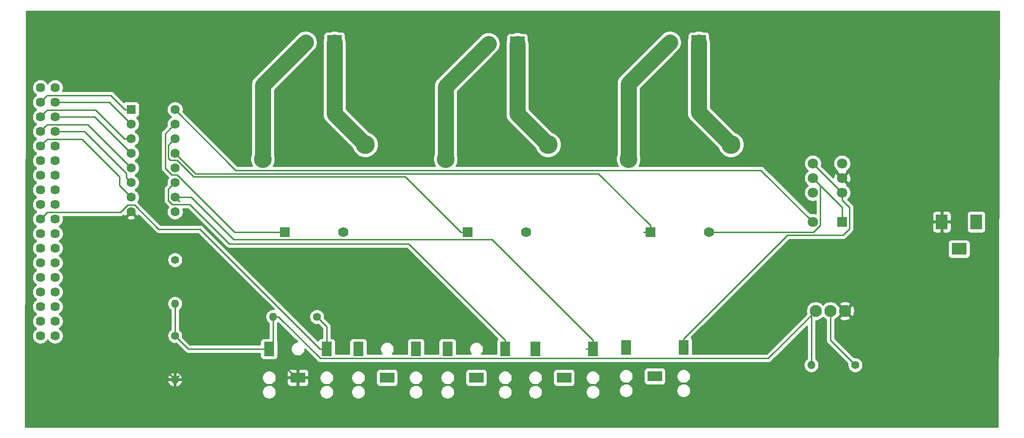
<source format=gbr>
G04 #@! TF.GenerationSoftware,KiCad,Pcbnew,5.1.5-52549c5~84~ubuntu18.04.1*
G04 #@! TF.CreationDate,2020-02-03T02:30:07-05:00*
G04 #@! TF.ProjectId,cropdroid-reservoir,63726f70-6472-46f6-9964-2d7265736572,v1*
G04 #@! TF.SameCoordinates,Original*
G04 #@! TF.FileFunction,Copper,L1,Top*
G04 #@! TF.FilePolarity,Positive*
%FSLAX46Y46*%
G04 Gerber Fmt 4.6, Leading zero omitted, Abs format (unit mm)*
G04 Created by KiCad (PCBNEW 5.1.5-52549c5~84~ubuntu18.04.1) date 2020-02-03 02:30:07*
%MOMM*%
%LPD*%
G04 APERTURE LIST*
%ADD10R,2.500000X2.500000*%
%ADD11C,2.500000*%
%ADD12R,1.800000X2.500000*%
%ADD13R,2.500000X1.800000*%
%ADD14C,2.100000*%
%ADD15C,1.620010*%
%ADD16R,2.600000X2.000000*%
%ADD17R,2.000000X2.600000*%
%ADD18C,1.760000*%
%ADD19R,1.760000X1.760000*%
%ADD20C,3.090000*%
%ADD21C,3.290000*%
%ADD22R,1.600000X1.600000*%
%ADD23C,1.600000*%
%ADD24O,1.400000X1.400000*%
%ADD25C,1.400000*%
%ADD26C,1.800000*%
%ADD27R,1.800000X1.800000*%
%ADD28C,0.254000*%
%ADD29C,2.794000*%
G04 APERTURE END LIST*
D10*
X117856000Y-67056000D03*
D11*
X112856000Y-67056000D03*
D12*
X106506000Y-120396000D03*
X116506000Y-120396000D03*
D13*
X111506000Y-125396000D03*
X127000000Y-125396000D03*
D12*
X132000000Y-120396000D03*
X122000000Y-120396000D03*
X137494000Y-120396000D03*
X147494000Y-120396000D03*
D13*
X142494000Y-125396000D03*
D12*
X152734000Y-120396000D03*
X162734000Y-120396000D03*
D13*
X157734000Y-125396000D03*
X173482000Y-125142000D03*
D12*
X178482000Y-120142000D03*
X168482000Y-120142000D03*
D14*
X201422000Y-113792000D03*
X203962000Y-113792000D03*
X206502000Y-113792000D03*
D11*
X144606000Y-67310000D03*
D10*
X149606000Y-67310000D03*
X181102000Y-67056000D03*
D11*
X176102000Y-67056000D03*
D15*
X66802000Y-74930000D03*
X69342000Y-74930000D03*
X66802000Y-77470000D03*
X69342000Y-77470000D03*
X66802000Y-80010000D03*
X69342000Y-80010000D03*
X66802000Y-82550000D03*
X69342000Y-82550000D03*
X66802000Y-85090000D03*
X69342000Y-85090000D03*
X66802000Y-87630000D03*
X69342000Y-87630000D03*
X66802000Y-90170000D03*
X69342000Y-90170000D03*
X66802000Y-92710000D03*
X69342000Y-92710000D03*
X66802000Y-95250000D03*
X69342000Y-95250000D03*
X66802000Y-97790000D03*
X69342000Y-97790000D03*
X66802000Y-100330000D03*
X69342000Y-100330000D03*
X66802000Y-102870000D03*
X69342000Y-102870000D03*
X66802000Y-105410000D03*
X69342000Y-105410000D03*
X66802000Y-107950000D03*
X69342000Y-107950000D03*
X66802000Y-110490000D03*
X69342000Y-110490000D03*
X66802000Y-113030000D03*
X69342000Y-113030000D03*
X66802000Y-115570000D03*
X69342000Y-115570000D03*
X66802000Y-118110000D03*
X69342000Y-118110000D03*
D16*
X226314000Y-102998000D03*
D17*
X229314000Y-98298000D03*
X223314000Y-98298000D03*
D18*
X119380000Y-100076000D03*
D19*
X109220000Y-100076000D03*
D20*
X105410000Y-87376000D03*
D21*
X123190000Y-84836000D03*
X154940000Y-84836000D03*
D20*
X137160000Y-87376000D03*
D19*
X140970000Y-100076000D03*
D18*
X151130000Y-100076000D03*
X182880000Y-100076000D03*
D19*
X172720000Y-100076000D03*
D20*
X168910000Y-87376000D03*
D21*
X186690000Y-84836000D03*
D22*
X82550000Y-78740000D03*
D23*
X82550000Y-81280000D03*
X82550000Y-83820000D03*
X82550000Y-86360000D03*
X82550000Y-88900000D03*
X82550000Y-91440000D03*
X82550000Y-93980000D03*
X90170000Y-93980000D03*
X90170000Y-91440000D03*
X90170000Y-88900000D03*
X90170000Y-86360000D03*
X90170000Y-83820000D03*
X90170000Y-81280000D03*
X90170000Y-78740000D03*
X82550000Y-96520000D03*
X90170000Y-96520000D03*
D24*
X90170000Y-112522000D03*
D25*
X90170000Y-104902000D03*
X90170000Y-118110000D03*
D24*
X90170000Y-125730000D03*
X200660000Y-123190000D03*
D25*
X208280000Y-123190000D03*
X114808000Y-114808000D03*
D24*
X107188000Y-114808000D03*
D26*
X200914000Y-98298000D03*
X200914000Y-93218000D03*
X200914000Y-90678000D03*
X200914000Y-88138000D03*
X205994000Y-88138000D03*
X205994000Y-90678000D03*
X205994000Y-93218000D03*
D27*
X205994000Y-98298000D03*
D28*
X90170000Y-118110000D02*
X90170000Y-112522000D01*
X92456000Y-120396000D02*
X90170000Y-118110000D01*
X106506000Y-120396000D02*
X92456000Y-120396000D01*
X200660000Y-114554000D02*
X201422000Y-113792000D01*
X200660000Y-123190000D02*
X200660000Y-114554000D01*
X107188000Y-119714000D02*
X106506000Y-120396000D01*
X107188000Y-114808000D02*
X107188000Y-119714000D01*
X108177949Y-114808000D02*
X107188000Y-114808000D01*
X115396950Y-122027001D02*
X108177949Y-114808000D01*
X193186999Y-122027001D02*
X115396950Y-122027001D01*
X201422000Y-113792000D02*
X193186999Y-122027001D01*
X94524000Y-99568000D02*
X87345882Y-99568000D01*
X115352000Y-120396000D02*
X94524000Y-99568000D01*
X116506000Y-120396000D02*
X115352000Y-120396000D01*
X116506000Y-116506000D02*
X116506000Y-120396000D01*
X114808000Y-114808000D02*
X116506000Y-116506000D01*
X83146999Y-95338999D02*
X83312000Y-95504000D01*
X81983119Y-95338999D02*
X83146999Y-95338999D01*
X80723124Y-96598994D02*
X81983119Y-95338999D01*
X67993006Y-96598994D02*
X80723124Y-96598994D01*
X66802000Y-97790000D02*
X67993006Y-96598994D01*
X83312000Y-95504000D02*
X83116881Y-95338999D01*
X87345882Y-99568000D02*
X83312000Y-95504000D01*
X111506000Y-125396000D02*
X111506000Y-126550000D01*
X90869999Y-125030001D02*
X90170000Y-125730000D01*
X111156000Y-125396000D02*
X110002000Y-124242000D01*
X111506000Y-125396000D02*
X111156000Y-125396000D01*
X223314000Y-98298000D02*
X221996000Y-98298000D01*
X82550000Y-118110000D02*
X90170000Y-125730000D01*
X147494000Y-118892000D02*
X130710000Y-102108000D01*
X147494000Y-120396000D02*
X147494000Y-118892000D01*
X89370001Y-92239999D02*
X90170000Y-91440000D01*
X88988999Y-92621001D02*
X89370001Y-92239999D01*
X88988999Y-94546881D02*
X88988999Y-92621001D01*
X89730126Y-95288008D02*
X88988999Y-94546881D01*
X92748008Y-95288008D02*
X89730126Y-95288008D01*
X99568000Y-102108000D02*
X92748008Y-95288008D01*
X130710000Y-102108000D02*
X99568000Y-102108000D01*
X90969999Y-94779999D02*
X90170000Y-93980000D01*
X162734000Y-120396000D02*
X161580000Y-120396000D01*
X162734000Y-118892000D02*
X145188000Y-101346000D01*
X162734000Y-120396000D02*
X162734000Y-118892000D01*
X145188000Y-101346000D02*
X100330000Y-101346000D01*
X92964000Y-93980000D02*
X90170000Y-93980000D01*
X100330000Y-101346000D02*
X92964000Y-93980000D01*
X200914000Y-88138000D02*
X205994000Y-93218000D01*
X207275001Y-95771793D02*
X207275001Y-99502801D01*
X205994000Y-94490792D02*
X207275001Y-95771793D01*
X207275001Y-99502801D02*
X207198801Y-99579001D01*
X205994000Y-93218000D02*
X205994000Y-94490792D01*
X206193793Y-100584009D02*
X207275001Y-99502801D01*
X196535990Y-100584010D02*
X206193793Y-100584009D01*
X178482000Y-120142000D02*
X178482000Y-118638000D01*
X178482000Y-118638000D02*
X196535990Y-100584010D01*
D29*
X117856000Y-79502000D02*
X123190000Y-84836000D01*
X117856000Y-67056000D02*
X117856000Y-79502000D01*
X105410000Y-87376000D02*
X105410000Y-74502000D01*
X105410000Y-74502000D02*
X112856000Y-67056000D01*
X137160000Y-74756000D02*
X144606000Y-67310000D01*
X137160000Y-87376000D02*
X137160000Y-74756000D01*
X149606000Y-79502000D02*
X154940000Y-84836000D01*
X149606000Y-67310000D02*
X149606000Y-79502000D01*
X181102000Y-79248000D02*
X186690000Y-84836000D01*
X181102000Y-67056000D02*
X181102000Y-79248000D01*
X168910000Y-74248000D02*
X176102000Y-67056000D01*
X168910000Y-87376000D02*
X168910000Y-74248000D01*
D28*
X67612004Y-76659996D02*
X66802000Y-77470000D01*
X67993006Y-76278994D02*
X67612004Y-76659996D01*
X79034994Y-76278994D02*
X67993006Y-76278994D01*
X81496000Y-78740000D02*
X79034994Y-76278994D01*
X82550000Y-78740000D02*
X81496000Y-78740000D01*
X82550000Y-81280000D02*
X78740000Y-77470000D01*
X78740000Y-77470000D02*
X69342000Y-77470000D01*
X67612004Y-79199996D02*
X66802000Y-80010000D01*
X76417624Y-78818994D02*
X67993006Y-78818994D01*
X81418630Y-83820000D02*
X76417624Y-78818994D01*
X67993006Y-78818994D02*
X67612004Y-79199996D01*
X82550000Y-83820000D02*
X81418630Y-83820000D01*
X76200000Y-80010000D02*
X69342000Y-80010000D01*
X82550000Y-86360000D02*
X76200000Y-80010000D01*
X67612004Y-81739996D02*
X66802000Y-82550000D01*
X67993006Y-81358994D02*
X67612004Y-81739996D01*
X75008994Y-81358994D02*
X67993006Y-81358994D01*
X82550000Y-88900000D02*
X75008994Y-81358994D01*
X81750001Y-90640001D02*
X81750001Y-89878001D01*
X82550000Y-91440000D02*
X81750001Y-90640001D01*
X74422000Y-82550000D02*
X69342000Y-82550000D01*
X81750001Y-89878001D02*
X74422000Y-82550000D01*
X82550000Y-93980000D02*
X80518000Y-91948000D01*
X80518000Y-91948000D02*
X80518000Y-90424000D01*
X67612004Y-84279996D02*
X66802000Y-85090000D01*
X67993006Y-83898994D02*
X67612004Y-84279996D01*
X73992994Y-83898994D02*
X67993006Y-83898994D01*
X80518000Y-90424000D02*
X73992994Y-83898994D01*
X88480989Y-82969011D02*
X89370001Y-82079999D01*
X88480989Y-88958871D02*
X88480989Y-82969011D01*
X89603119Y-90081001D02*
X88480989Y-88958871D01*
X90558883Y-90081001D02*
X89603119Y-90081001D01*
X89370001Y-82079999D02*
X90170000Y-81280000D01*
X100553882Y-100076000D02*
X90558883Y-90081001D01*
X109220000Y-100076000D02*
X100553882Y-100076000D01*
X89370001Y-84619999D02*
X90170000Y-83820000D01*
X88988999Y-87210999D02*
X88988999Y-85001001D01*
X89319001Y-87541001D02*
X88988999Y-87210999D01*
X90558883Y-87541001D02*
X89319001Y-87541001D01*
X130184010Y-90424010D02*
X93441892Y-90424010D01*
X88988999Y-85001001D02*
X89370001Y-84619999D01*
X139836000Y-100076000D02*
X130184010Y-90424010D01*
X93441892Y-90424010D02*
X90558883Y-87541001D01*
X140970000Y-100076000D02*
X139836000Y-100076000D01*
X172720000Y-100076000D02*
X171586000Y-100076000D01*
X172720000Y-98942000D02*
X163694000Y-89916000D01*
X172720000Y-100076000D02*
X172720000Y-98942000D01*
X93726000Y-89916000D02*
X90170000Y-86360000D01*
X163694000Y-89916000D02*
X93726000Y-89916000D01*
X100732001Y-89302001D02*
X191918001Y-89302001D01*
X90170000Y-78740000D02*
X100732001Y-89302001D01*
X191918001Y-89302001D02*
X200914000Y-98298000D01*
X203962000Y-118872000D02*
X203962000Y-113792000D01*
X208280000Y-123190000D02*
X203962000Y-118872000D01*
X202195001Y-91959001D02*
X201813999Y-91577999D01*
X201031882Y-100076000D02*
X202195001Y-98912881D01*
X201813999Y-91577999D02*
X200914000Y-90678000D01*
X202195001Y-98912881D02*
X202195001Y-91959001D01*
X182880000Y-100076000D02*
X201031882Y-100076000D01*
X205994000Y-95758000D02*
X200914000Y-90678000D01*
X205994000Y-98298000D02*
X205994000Y-95758000D01*
G36*
X233022273Y-133960000D02*
G01*
X64162279Y-133960000D01*
X64183608Y-127774363D01*
X105271000Y-127774363D01*
X105271000Y-128017637D01*
X105318460Y-128256236D01*
X105411557Y-128480992D01*
X105546713Y-128683267D01*
X105718733Y-128855287D01*
X105921008Y-128990443D01*
X106145764Y-129083540D01*
X106384363Y-129131000D01*
X106627637Y-129131000D01*
X106866236Y-129083540D01*
X107090992Y-128990443D01*
X107293267Y-128855287D01*
X107465287Y-128683267D01*
X107600443Y-128480992D01*
X107693540Y-128256236D01*
X107741000Y-128017637D01*
X107741000Y-127774363D01*
X115271000Y-127774363D01*
X115271000Y-128017637D01*
X115318460Y-128256236D01*
X115411557Y-128480992D01*
X115546713Y-128683267D01*
X115718733Y-128855287D01*
X115921008Y-128990443D01*
X116145764Y-129083540D01*
X116384363Y-129131000D01*
X116627637Y-129131000D01*
X116866236Y-129083540D01*
X117090992Y-128990443D01*
X117293267Y-128855287D01*
X117465287Y-128683267D01*
X117600443Y-128480992D01*
X117693540Y-128256236D01*
X117741000Y-128017637D01*
X117741000Y-127774363D01*
X120765000Y-127774363D01*
X120765000Y-128017637D01*
X120812460Y-128256236D01*
X120905557Y-128480992D01*
X121040713Y-128683267D01*
X121212733Y-128855287D01*
X121415008Y-128990443D01*
X121639764Y-129083540D01*
X121878363Y-129131000D01*
X122121637Y-129131000D01*
X122360236Y-129083540D01*
X122584992Y-128990443D01*
X122787267Y-128855287D01*
X122959287Y-128683267D01*
X123094443Y-128480992D01*
X123187540Y-128256236D01*
X123235000Y-128017637D01*
X123235000Y-127774363D01*
X130765000Y-127774363D01*
X130765000Y-128017637D01*
X130812460Y-128256236D01*
X130905557Y-128480992D01*
X131040713Y-128683267D01*
X131212733Y-128855287D01*
X131415008Y-128990443D01*
X131639764Y-129083540D01*
X131878363Y-129131000D01*
X132121637Y-129131000D01*
X132360236Y-129083540D01*
X132584992Y-128990443D01*
X132787267Y-128855287D01*
X132959287Y-128683267D01*
X133094443Y-128480992D01*
X133187540Y-128256236D01*
X133235000Y-128017637D01*
X133235000Y-127774363D01*
X136259000Y-127774363D01*
X136259000Y-128017637D01*
X136306460Y-128256236D01*
X136399557Y-128480992D01*
X136534713Y-128683267D01*
X136706733Y-128855287D01*
X136909008Y-128990443D01*
X137133764Y-129083540D01*
X137372363Y-129131000D01*
X137615637Y-129131000D01*
X137854236Y-129083540D01*
X138078992Y-128990443D01*
X138281267Y-128855287D01*
X138453287Y-128683267D01*
X138588443Y-128480992D01*
X138681540Y-128256236D01*
X138729000Y-128017637D01*
X138729000Y-127774363D01*
X146259000Y-127774363D01*
X146259000Y-128017637D01*
X146306460Y-128256236D01*
X146399557Y-128480992D01*
X146534713Y-128683267D01*
X146706733Y-128855287D01*
X146909008Y-128990443D01*
X147133764Y-129083540D01*
X147372363Y-129131000D01*
X147615637Y-129131000D01*
X147854236Y-129083540D01*
X148078992Y-128990443D01*
X148281267Y-128855287D01*
X148453287Y-128683267D01*
X148588443Y-128480992D01*
X148681540Y-128256236D01*
X148729000Y-128017637D01*
X148729000Y-127774363D01*
X151499000Y-127774363D01*
X151499000Y-128017637D01*
X151546460Y-128256236D01*
X151639557Y-128480992D01*
X151774713Y-128683267D01*
X151946733Y-128855287D01*
X152149008Y-128990443D01*
X152373764Y-129083540D01*
X152612363Y-129131000D01*
X152855637Y-129131000D01*
X153094236Y-129083540D01*
X153318992Y-128990443D01*
X153521267Y-128855287D01*
X153693287Y-128683267D01*
X153828443Y-128480992D01*
X153921540Y-128256236D01*
X153969000Y-128017637D01*
X153969000Y-127774363D01*
X161499000Y-127774363D01*
X161499000Y-128017637D01*
X161546460Y-128256236D01*
X161639557Y-128480992D01*
X161774713Y-128683267D01*
X161946733Y-128855287D01*
X162149008Y-128990443D01*
X162373764Y-129083540D01*
X162612363Y-129131000D01*
X162855637Y-129131000D01*
X163094236Y-129083540D01*
X163318992Y-128990443D01*
X163521267Y-128855287D01*
X163693287Y-128683267D01*
X163828443Y-128480992D01*
X163921540Y-128256236D01*
X163969000Y-128017637D01*
X163969000Y-127774363D01*
X163921540Y-127535764D01*
X163915161Y-127520363D01*
X167247000Y-127520363D01*
X167247000Y-127763637D01*
X167294460Y-128002236D01*
X167387557Y-128226992D01*
X167522713Y-128429267D01*
X167694733Y-128601287D01*
X167897008Y-128736443D01*
X168121764Y-128829540D01*
X168360363Y-128877000D01*
X168603637Y-128877000D01*
X168842236Y-128829540D01*
X169066992Y-128736443D01*
X169269267Y-128601287D01*
X169441287Y-128429267D01*
X169576443Y-128226992D01*
X169669540Y-128002236D01*
X169717000Y-127763637D01*
X169717000Y-127520363D01*
X177247000Y-127520363D01*
X177247000Y-127763637D01*
X177294460Y-128002236D01*
X177387557Y-128226992D01*
X177522713Y-128429267D01*
X177694733Y-128601287D01*
X177897008Y-128736443D01*
X178121764Y-128829540D01*
X178360363Y-128877000D01*
X178603637Y-128877000D01*
X178842236Y-128829540D01*
X179066992Y-128736443D01*
X179269267Y-128601287D01*
X179441287Y-128429267D01*
X179576443Y-128226992D01*
X179669540Y-128002236D01*
X179717000Y-127763637D01*
X179717000Y-127520363D01*
X179669540Y-127281764D01*
X179576443Y-127057008D01*
X179441287Y-126854733D01*
X179269267Y-126682713D01*
X179066992Y-126547557D01*
X178842236Y-126454460D01*
X178603637Y-126407000D01*
X178360363Y-126407000D01*
X178121764Y-126454460D01*
X177897008Y-126547557D01*
X177694733Y-126682713D01*
X177522713Y-126854733D01*
X177387557Y-127057008D01*
X177294460Y-127281764D01*
X177247000Y-127520363D01*
X169717000Y-127520363D01*
X169669540Y-127281764D01*
X169576443Y-127057008D01*
X169441287Y-126854733D01*
X169269267Y-126682713D01*
X169066992Y-126547557D01*
X168842236Y-126454460D01*
X168603637Y-126407000D01*
X168360363Y-126407000D01*
X168121764Y-126454460D01*
X167897008Y-126547557D01*
X167694733Y-126682713D01*
X167522713Y-126854733D01*
X167387557Y-127057008D01*
X167294460Y-127281764D01*
X167247000Y-127520363D01*
X163915161Y-127520363D01*
X163828443Y-127311008D01*
X163693287Y-127108733D01*
X163521267Y-126936713D01*
X163318992Y-126801557D01*
X163094236Y-126708460D01*
X162855637Y-126661000D01*
X162612363Y-126661000D01*
X162373764Y-126708460D01*
X162149008Y-126801557D01*
X161946733Y-126936713D01*
X161774713Y-127108733D01*
X161639557Y-127311008D01*
X161546460Y-127535764D01*
X161499000Y-127774363D01*
X153969000Y-127774363D01*
X153921540Y-127535764D01*
X153828443Y-127311008D01*
X153693287Y-127108733D01*
X153521267Y-126936713D01*
X153318992Y-126801557D01*
X153094236Y-126708460D01*
X152855637Y-126661000D01*
X152612363Y-126661000D01*
X152373764Y-126708460D01*
X152149008Y-126801557D01*
X151946733Y-126936713D01*
X151774713Y-127108733D01*
X151639557Y-127311008D01*
X151546460Y-127535764D01*
X151499000Y-127774363D01*
X148729000Y-127774363D01*
X148681540Y-127535764D01*
X148588443Y-127311008D01*
X148453287Y-127108733D01*
X148281267Y-126936713D01*
X148078992Y-126801557D01*
X147854236Y-126708460D01*
X147615637Y-126661000D01*
X147372363Y-126661000D01*
X147133764Y-126708460D01*
X146909008Y-126801557D01*
X146706733Y-126936713D01*
X146534713Y-127108733D01*
X146399557Y-127311008D01*
X146306460Y-127535764D01*
X146259000Y-127774363D01*
X138729000Y-127774363D01*
X138681540Y-127535764D01*
X138588443Y-127311008D01*
X138453287Y-127108733D01*
X138281267Y-126936713D01*
X138078992Y-126801557D01*
X137854236Y-126708460D01*
X137615637Y-126661000D01*
X137372363Y-126661000D01*
X137133764Y-126708460D01*
X136909008Y-126801557D01*
X136706733Y-126936713D01*
X136534713Y-127108733D01*
X136399557Y-127311008D01*
X136306460Y-127535764D01*
X136259000Y-127774363D01*
X133235000Y-127774363D01*
X133187540Y-127535764D01*
X133094443Y-127311008D01*
X132959287Y-127108733D01*
X132787267Y-126936713D01*
X132584992Y-126801557D01*
X132360236Y-126708460D01*
X132121637Y-126661000D01*
X131878363Y-126661000D01*
X131639764Y-126708460D01*
X131415008Y-126801557D01*
X131212733Y-126936713D01*
X131040713Y-127108733D01*
X130905557Y-127311008D01*
X130812460Y-127535764D01*
X130765000Y-127774363D01*
X123235000Y-127774363D01*
X123187540Y-127535764D01*
X123094443Y-127311008D01*
X122959287Y-127108733D01*
X122787267Y-126936713D01*
X122584992Y-126801557D01*
X122360236Y-126708460D01*
X122121637Y-126661000D01*
X121878363Y-126661000D01*
X121639764Y-126708460D01*
X121415008Y-126801557D01*
X121212733Y-126936713D01*
X121040713Y-127108733D01*
X120905557Y-127311008D01*
X120812460Y-127535764D01*
X120765000Y-127774363D01*
X117741000Y-127774363D01*
X117693540Y-127535764D01*
X117600443Y-127311008D01*
X117465287Y-127108733D01*
X117293267Y-126936713D01*
X117090992Y-126801557D01*
X116866236Y-126708460D01*
X116627637Y-126661000D01*
X116384363Y-126661000D01*
X116145764Y-126708460D01*
X115921008Y-126801557D01*
X115718733Y-126936713D01*
X115546713Y-127108733D01*
X115411557Y-127311008D01*
X115318460Y-127535764D01*
X115271000Y-127774363D01*
X107741000Y-127774363D01*
X107693540Y-127535764D01*
X107600443Y-127311008D01*
X107465287Y-127108733D01*
X107293267Y-126936713D01*
X107090992Y-126801557D01*
X106866236Y-126708460D01*
X106627637Y-126661000D01*
X106384363Y-126661000D01*
X106145764Y-126708460D01*
X105921008Y-126801557D01*
X105718733Y-126936713D01*
X105546713Y-127108733D01*
X105411557Y-127311008D01*
X105318460Y-127535764D01*
X105271000Y-127774363D01*
X64183608Y-127774363D01*
X64189508Y-126063330D01*
X88877278Y-126063330D01*
X88967147Y-126309123D01*
X89103241Y-126532660D01*
X89280330Y-126725351D01*
X89491608Y-126879792D01*
X89728956Y-126990047D01*
X89836671Y-127022716D01*
X90043000Y-126899374D01*
X90043000Y-125857000D01*
X90297000Y-125857000D01*
X90297000Y-126899374D01*
X90503329Y-127022716D01*
X90611044Y-126990047D01*
X90848392Y-126879792D01*
X91059670Y-126725351D01*
X91236759Y-126532660D01*
X91372853Y-126309123D01*
X91462722Y-126063330D01*
X91340201Y-125857000D01*
X90297000Y-125857000D01*
X90043000Y-125857000D01*
X88999799Y-125857000D01*
X88877278Y-126063330D01*
X64189508Y-126063330D01*
X64191806Y-125396670D01*
X88877278Y-125396670D01*
X88999799Y-125603000D01*
X90043000Y-125603000D01*
X90043000Y-124560626D01*
X90297000Y-124560626D01*
X90297000Y-125603000D01*
X91340201Y-125603000D01*
X91462722Y-125396670D01*
X91418004Y-125274363D01*
X105271000Y-125274363D01*
X105271000Y-125517637D01*
X105318460Y-125756236D01*
X105411557Y-125980992D01*
X105546713Y-126183267D01*
X105718733Y-126355287D01*
X105921008Y-126490443D01*
X106145764Y-126583540D01*
X106384363Y-126631000D01*
X106627637Y-126631000D01*
X106866236Y-126583540D01*
X107090992Y-126490443D01*
X107293267Y-126355287D01*
X107352554Y-126296000D01*
X109617928Y-126296000D01*
X109630188Y-126420482D01*
X109666498Y-126540180D01*
X109725463Y-126650494D01*
X109804815Y-126747185D01*
X109901506Y-126826537D01*
X110011820Y-126885502D01*
X110131518Y-126921812D01*
X110256000Y-126934072D01*
X111220250Y-126931000D01*
X111379000Y-126772250D01*
X111379000Y-125523000D01*
X111633000Y-125523000D01*
X111633000Y-126772250D01*
X111791750Y-126931000D01*
X112756000Y-126934072D01*
X112880482Y-126921812D01*
X113000180Y-126885502D01*
X113110494Y-126826537D01*
X113207185Y-126747185D01*
X113286537Y-126650494D01*
X113345502Y-126540180D01*
X113381812Y-126420482D01*
X113394072Y-126296000D01*
X113391000Y-125681750D01*
X113232250Y-125523000D01*
X111633000Y-125523000D01*
X111379000Y-125523000D01*
X109779750Y-125523000D01*
X109621000Y-125681750D01*
X109617928Y-126296000D01*
X107352554Y-126296000D01*
X107465287Y-126183267D01*
X107600443Y-125980992D01*
X107693540Y-125756236D01*
X107741000Y-125517637D01*
X107741000Y-125274363D01*
X115271000Y-125274363D01*
X115271000Y-125517637D01*
X115318460Y-125756236D01*
X115411557Y-125980992D01*
X115546713Y-126183267D01*
X115718733Y-126355287D01*
X115921008Y-126490443D01*
X116145764Y-126583540D01*
X116384363Y-126631000D01*
X116627637Y-126631000D01*
X116866236Y-126583540D01*
X117090992Y-126490443D01*
X117293267Y-126355287D01*
X117465287Y-126183267D01*
X117600443Y-125980992D01*
X117693540Y-125756236D01*
X117741000Y-125517637D01*
X117741000Y-125274363D01*
X120765000Y-125274363D01*
X120765000Y-125517637D01*
X120812460Y-125756236D01*
X120905557Y-125980992D01*
X121040713Y-126183267D01*
X121212733Y-126355287D01*
X121415008Y-126490443D01*
X121639764Y-126583540D01*
X121878363Y-126631000D01*
X122121637Y-126631000D01*
X122360236Y-126583540D01*
X122584992Y-126490443D01*
X122787267Y-126355287D01*
X122959287Y-126183267D01*
X123094443Y-125980992D01*
X123187540Y-125756236D01*
X123235000Y-125517637D01*
X123235000Y-125274363D01*
X123187540Y-125035764D01*
X123094443Y-124811008D01*
X122959287Y-124608733D01*
X122846554Y-124496000D01*
X125111928Y-124496000D01*
X125111928Y-126296000D01*
X125124188Y-126420482D01*
X125160498Y-126540180D01*
X125219463Y-126650494D01*
X125298815Y-126747185D01*
X125395506Y-126826537D01*
X125505820Y-126885502D01*
X125625518Y-126921812D01*
X125750000Y-126934072D01*
X128250000Y-126934072D01*
X128374482Y-126921812D01*
X128494180Y-126885502D01*
X128604494Y-126826537D01*
X128701185Y-126747185D01*
X128780537Y-126650494D01*
X128839502Y-126540180D01*
X128875812Y-126420482D01*
X128888072Y-126296000D01*
X128888072Y-125274363D01*
X130765000Y-125274363D01*
X130765000Y-125517637D01*
X130812460Y-125756236D01*
X130905557Y-125980992D01*
X131040713Y-126183267D01*
X131212733Y-126355287D01*
X131415008Y-126490443D01*
X131639764Y-126583540D01*
X131878363Y-126631000D01*
X132121637Y-126631000D01*
X132360236Y-126583540D01*
X132584992Y-126490443D01*
X132787267Y-126355287D01*
X132959287Y-126183267D01*
X133094443Y-125980992D01*
X133187540Y-125756236D01*
X133235000Y-125517637D01*
X133235000Y-125274363D01*
X136259000Y-125274363D01*
X136259000Y-125517637D01*
X136306460Y-125756236D01*
X136399557Y-125980992D01*
X136534713Y-126183267D01*
X136706733Y-126355287D01*
X136909008Y-126490443D01*
X137133764Y-126583540D01*
X137372363Y-126631000D01*
X137615637Y-126631000D01*
X137854236Y-126583540D01*
X138078992Y-126490443D01*
X138281267Y-126355287D01*
X138453287Y-126183267D01*
X138588443Y-125980992D01*
X138681540Y-125756236D01*
X138729000Y-125517637D01*
X138729000Y-125274363D01*
X138681540Y-125035764D01*
X138588443Y-124811008D01*
X138453287Y-124608733D01*
X138340554Y-124496000D01*
X140605928Y-124496000D01*
X140605928Y-126296000D01*
X140618188Y-126420482D01*
X140654498Y-126540180D01*
X140713463Y-126650494D01*
X140792815Y-126747185D01*
X140889506Y-126826537D01*
X140999820Y-126885502D01*
X141119518Y-126921812D01*
X141244000Y-126934072D01*
X143744000Y-126934072D01*
X143868482Y-126921812D01*
X143988180Y-126885502D01*
X144098494Y-126826537D01*
X144195185Y-126747185D01*
X144274537Y-126650494D01*
X144333502Y-126540180D01*
X144369812Y-126420482D01*
X144382072Y-126296000D01*
X144382072Y-125274363D01*
X146259000Y-125274363D01*
X146259000Y-125517637D01*
X146306460Y-125756236D01*
X146399557Y-125980992D01*
X146534713Y-126183267D01*
X146706733Y-126355287D01*
X146909008Y-126490443D01*
X147133764Y-126583540D01*
X147372363Y-126631000D01*
X147615637Y-126631000D01*
X147854236Y-126583540D01*
X148078992Y-126490443D01*
X148281267Y-126355287D01*
X148453287Y-126183267D01*
X148588443Y-125980992D01*
X148681540Y-125756236D01*
X148729000Y-125517637D01*
X148729000Y-125274363D01*
X151499000Y-125274363D01*
X151499000Y-125517637D01*
X151546460Y-125756236D01*
X151639557Y-125980992D01*
X151774713Y-126183267D01*
X151946733Y-126355287D01*
X152149008Y-126490443D01*
X152373764Y-126583540D01*
X152612363Y-126631000D01*
X152855637Y-126631000D01*
X153094236Y-126583540D01*
X153318992Y-126490443D01*
X153521267Y-126355287D01*
X153693287Y-126183267D01*
X153828443Y-125980992D01*
X153921540Y-125756236D01*
X153969000Y-125517637D01*
X153969000Y-125274363D01*
X153921540Y-125035764D01*
X153828443Y-124811008D01*
X153693287Y-124608733D01*
X153580554Y-124496000D01*
X155845928Y-124496000D01*
X155845928Y-126296000D01*
X155858188Y-126420482D01*
X155894498Y-126540180D01*
X155953463Y-126650494D01*
X156032815Y-126747185D01*
X156129506Y-126826537D01*
X156239820Y-126885502D01*
X156359518Y-126921812D01*
X156484000Y-126934072D01*
X158984000Y-126934072D01*
X159108482Y-126921812D01*
X159228180Y-126885502D01*
X159338494Y-126826537D01*
X159435185Y-126747185D01*
X159514537Y-126650494D01*
X159573502Y-126540180D01*
X159609812Y-126420482D01*
X159622072Y-126296000D01*
X159622072Y-125274363D01*
X161499000Y-125274363D01*
X161499000Y-125517637D01*
X161546460Y-125756236D01*
X161639557Y-125980992D01*
X161774713Y-126183267D01*
X161946733Y-126355287D01*
X162149008Y-126490443D01*
X162373764Y-126583540D01*
X162612363Y-126631000D01*
X162855637Y-126631000D01*
X163094236Y-126583540D01*
X163318992Y-126490443D01*
X163521267Y-126355287D01*
X163693287Y-126183267D01*
X163828443Y-125980992D01*
X163921540Y-125756236D01*
X163969000Y-125517637D01*
X163969000Y-125274363D01*
X163921540Y-125035764D01*
X163915161Y-125020363D01*
X167247000Y-125020363D01*
X167247000Y-125263637D01*
X167294460Y-125502236D01*
X167387557Y-125726992D01*
X167522713Y-125929267D01*
X167694733Y-126101287D01*
X167897008Y-126236443D01*
X168121764Y-126329540D01*
X168360363Y-126377000D01*
X168603637Y-126377000D01*
X168842236Y-126329540D01*
X169066992Y-126236443D01*
X169269267Y-126101287D01*
X169441287Y-125929267D01*
X169576443Y-125726992D01*
X169669540Y-125502236D01*
X169717000Y-125263637D01*
X169717000Y-125020363D01*
X169669540Y-124781764D01*
X169576443Y-124557008D01*
X169441287Y-124354733D01*
X169328554Y-124242000D01*
X171593928Y-124242000D01*
X171593928Y-126042000D01*
X171606188Y-126166482D01*
X171642498Y-126286180D01*
X171701463Y-126396494D01*
X171780815Y-126493185D01*
X171877506Y-126572537D01*
X171987820Y-126631502D01*
X172107518Y-126667812D01*
X172232000Y-126680072D01*
X174732000Y-126680072D01*
X174856482Y-126667812D01*
X174976180Y-126631502D01*
X175086494Y-126572537D01*
X175183185Y-126493185D01*
X175262537Y-126396494D01*
X175321502Y-126286180D01*
X175357812Y-126166482D01*
X175370072Y-126042000D01*
X175370072Y-125020363D01*
X177247000Y-125020363D01*
X177247000Y-125263637D01*
X177294460Y-125502236D01*
X177387557Y-125726992D01*
X177522713Y-125929267D01*
X177694733Y-126101287D01*
X177897008Y-126236443D01*
X178121764Y-126329540D01*
X178360363Y-126377000D01*
X178603637Y-126377000D01*
X178842236Y-126329540D01*
X179066992Y-126236443D01*
X179269267Y-126101287D01*
X179441287Y-125929267D01*
X179576443Y-125726992D01*
X179669540Y-125502236D01*
X179717000Y-125263637D01*
X179717000Y-125020363D01*
X179669540Y-124781764D01*
X179576443Y-124557008D01*
X179441287Y-124354733D01*
X179269267Y-124182713D01*
X179066992Y-124047557D01*
X178842236Y-123954460D01*
X178603637Y-123907000D01*
X178360363Y-123907000D01*
X178121764Y-123954460D01*
X177897008Y-124047557D01*
X177694733Y-124182713D01*
X177522713Y-124354733D01*
X177387557Y-124557008D01*
X177294460Y-124781764D01*
X177247000Y-125020363D01*
X175370072Y-125020363D01*
X175370072Y-124242000D01*
X175357812Y-124117518D01*
X175321502Y-123997820D01*
X175262537Y-123887506D01*
X175183185Y-123790815D01*
X175086494Y-123711463D01*
X174976180Y-123652498D01*
X174856482Y-123616188D01*
X174732000Y-123603928D01*
X172232000Y-123603928D01*
X172107518Y-123616188D01*
X171987820Y-123652498D01*
X171877506Y-123711463D01*
X171780815Y-123790815D01*
X171701463Y-123887506D01*
X171642498Y-123997820D01*
X171606188Y-124117518D01*
X171593928Y-124242000D01*
X169328554Y-124242000D01*
X169269267Y-124182713D01*
X169066992Y-124047557D01*
X168842236Y-123954460D01*
X168603637Y-123907000D01*
X168360363Y-123907000D01*
X168121764Y-123954460D01*
X167897008Y-124047557D01*
X167694733Y-124182713D01*
X167522713Y-124354733D01*
X167387557Y-124557008D01*
X167294460Y-124781764D01*
X167247000Y-125020363D01*
X163915161Y-125020363D01*
X163828443Y-124811008D01*
X163693287Y-124608733D01*
X163521267Y-124436713D01*
X163318992Y-124301557D01*
X163094236Y-124208460D01*
X162855637Y-124161000D01*
X162612363Y-124161000D01*
X162373764Y-124208460D01*
X162149008Y-124301557D01*
X161946733Y-124436713D01*
X161774713Y-124608733D01*
X161639557Y-124811008D01*
X161546460Y-125035764D01*
X161499000Y-125274363D01*
X159622072Y-125274363D01*
X159622072Y-124496000D01*
X159609812Y-124371518D01*
X159573502Y-124251820D01*
X159514537Y-124141506D01*
X159435185Y-124044815D01*
X159338494Y-123965463D01*
X159228180Y-123906498D01*
X159108482Y-123870188D01*
X158984000Y-123857928D01*
X156484000Y-123857928D01*
X156359518Y-123870188D01*
X156239820Y-123906498D01*
X156129506Y-123965463D01*
X156032815Y-124044815D01*
X155953463Y-124141506D01*
X155894498Y-124251820D01*
X155858188Y-124371518D01*
X155845928Y-124496000D01*
X153580554Y-124496000D01*
X153521267Y-124436713D01*
X153318992Y-124301557D01*
X153094236Y-124208460D01*
X152855637Y-124161000D01*
X152612363Y-124161000D01*
X152373764Y-124208460D01*
X152149008Y-124301557D01*
X151946733Y-124436713D01*
X151774713Y-124608733D01*
X151639557Y-124811008D01*
X151546460Y-125035764D01*
X151499000Y-125274363D01*
X148729000Y-125274363D01*
X148681540Y-125035764D01*
X148588443Y-124811008D01*
X148453287Y-124608733D01*
X148281267Y-124436713D01*
X148078992Y-124301557D01*
X147854236Y-124208460D01*
X147615637Y-124161000D01*
X147372363Y-124161000D01*
X147133764Y-124208460D01*
X146909008Y-124301557D01*
X146706733Y-124436713D01*
X146534713Y-124608733D01*
X146399557Y-124811008D01*
X146306460Y-125035764D01*
X146259000Y-125274363D01*
X144382072Y-125274363D01*
X144382072Y-124496000D01*
X144369812Y-124371518D01*
X144333502Y-124251820D01*
X144274537Y-124141506D01*
X144195185Y-124044815D01*
X144098494Y-123965463D01*
X143988180Y-123906498D01*
X143868482Y-123870188D01*
X143744000Y-123857928D01*
X141244000Y-123857928D01*
X141119518Y-123870188D01*
X140999820Y-123906498D01*
X140889506Y-123965463D01*
X140792815Y-124044815D01*
X140713463Y-124141506D01*
X140654498Y-124251820D01*
X140618188Y-124371518D01*
X140605928Y-124496000D01*
X138340554Y-124496000D01*
X138281267Y-124436713D01*
X138078992Y-124301557D01*
X137854236Y-124208460D01*
X137615637Y-124161000D01*
X137372363Y-124161000D01*
X137133764Y-124208460D01*
X136909008Y-124301557D01*
X136706733Y-124436713D01*
X136534713Y-124608733D01*
X136399557Y-124811008D01*
X136306460Y-125035764D01*
X136259000Y-125274363D01*
X133235000Y-125274363D01*
X133187540Y-125035764D01*
X133094443Y-124811008D01*
X132959287Y-124608733D01*
X132787267Y-124436713D01*
X132584992Y-124301557D01*
X132360236Y-124208460D01*
X132121637Y-124161000D01*
X131878363Y-124161000D01*
X131639764Y-124208460D01*
X131415008Y-124301557D01*
X131212733Y-124436713D01*
X131040713Y-124608733D01*
X130905557Y-124811008D01*
X130812460Y-125035764D01*
X130765000Y-125274363D01*
X128888072Y-125274363D01*
X128888072Y-124496000D01*
X128875812Y-124371518D01*
X128839502Y-124251820D01*
X128780537Y-124141506D01*
X128701185Y-124044815D01*
X128604494Y-123965463D01*
X128494180Y-123906498D01*
X128374482Y-123870188D01*
X128250000Y-123857928D01*
X125750000Y-123857928D01*
X125625518Y-123870188D01*
X125505820Y-123906498D01*
X125395506Y-123965463D01*
X125298815Y-124044815D01*
X125219463Y-124141506D01*
X125160498Y-124251820D01*
X125124188Y-124371518D01*
X125111928Y-124496000D01*
X122846554Y-124496000D01*
X122787267Y-124436713D01*
X122584992Y-124301557D01*
X122360236Y-124208460D01*
X122121637Y-124161000D01*
X121878363Y-124161000D01*
X121639764Y-124208460D01*
X121415008Y-124301557D01*
X121212733Y-124436713D01*
X121040713Y-124608733D01*
X120905557Y-124811008D01*
X120812460Y-125035764D01*
X120765000Y-125274363D01*
X117741000Y-125274363D01*
X117693540Y-125035764D01*
X117600443Y-124811008D01*
X117465287Y-124608733D01*
X117293267Y-124436713D01*
X117090992Y-124301557D01*
X116866236Y-124208460D01*
X116627637Y-124161000D01*
X116384363Y-124161000D01*
X116145764Y-124208460D01*
X115921008Y-124301557D01*
X115718733Y-124436713D01*
X115546713Y-124608733D01*
X115411557Y-124811008D01*
X115318460Y-125035764D01*
X115271000Y-125274363D01*
X107741000Y-125274363D01*
X107693540Y-125035764D01*
X107600443Y-124811008D01*
X107465287Y-124608733D01*
X107352554Y-124496000D01*
X109617928Y-124496000D01*
X109621000Y-125110250D01*
X109779750Y-125269000D01*
X111379000Y-125269000D01*
X111379000Y-124019750D01*
X111633000Y-124019750D01*
X111633000Y-125269000D01*
X113232250Y-125269000D01*
X113391000Y-125110250D01*
X113394072Y-124496000D01*
X113381812Y-124371518D01*
X113345502Y-124251820D01*
X113286537Y-124141506D01*
X113207185Y-124044815D01*
X113110494Y-123965463D01*
X113000180Y-123906498D01*
X112880482Y-123870188D01*
X112756000Y-123857928D01*
X111791750Y-123861000D01*
X111633000Y-124019750D01*
X111379000Y-124019750D01*
X111220250Y-123861000D01*
X110256000Y-123857928D01*
X110131518Y-123870188D01*
X110011820Y-123906498D01*
X109901506Y-123965463D01*
X109804815Y-124044815D01*
X109725463Y-124141506D01*
X109666498Y-124251820D01*
X109630188Y-124371518D01*
X109617928Y-124496000D01*
X107352554Y-124496000D01*
X107293267Y-124436713D01*
X107090992Y-124301557D01*
X106866236Y-124208460D01*
X106627637Y-124161000D01*
X106384363Y-124161000D01*
X106145764Y-124208460D01*
X105921008Y-124301557D01*
X105718733Y-124436713D01*
X105546713Y-124608733D01*
X105411557Y-124811008D01*
X105318460Y-125035764D01*
X105271000Y-125274363D01*
X91418004Y-125274363D01*
X91372853Y-125150877D01*
X91236759Y-124927340D01*
X91059670Y-124734649D01*
X90848392Y-124580208D01*
X90611044Y-124469953D01*
X90503329Y-124437284D01*
X90297000Y-124560626D01*
X90043000Y-124560626D01*
X89836671Y-124437284D01*
X89728956Y-124469953D01*
X89491608Y-124580208D01*
X89280330Y-124734649D01*
X89103241Y-124927340D01*
X88967147Y-125150877D01*
X88877278Y-125396670D01*
X64191806Y-125396670D01*
X64366321Y-74787679D01*
X65356995Y-74787679D01*
X65356995Y-75072321D01*
X65412526Y-75351492D01*
X65521453Y-75614467D01*
X65679591Y-75851137D01*
X65880863Y-76052409D01*
X66101748Y-76200000D01*
X65880863Y-76347591D01*
X65679591Y-76548863D01*
X65521453Y-76785533D01*
X65412526Y-77048508D01*
X65356995Y-77327679D01*
X65356995Y-77612321D01*
X65412526Y-77891492D01*
X65521453Y-78154467D01*
X65679591Y-78391137D01*
X65880863Y-78592409D01*
X66101748Y-78740000D01*
X65880863Y-78887591D01*
X65679591Y-79088863D01*
X65521453Y-79325533D01*
X65412526Y-79588508D01*
X65356995Y-79867679D01*
X65356995Y-80152321D01*
X65412526Y-80431492D01*
X65521453Y-80694467D01*
X65679591Y-80931137D01*
X65880863Y-81132409D01*
X66101748Y-81280000D01*
X65880863Y-81427591D01*
X65679591Y-81628863D01*
X65521453Y-81865533D01*
X65412526Y-82128508D01*
X65356995Y-82407679D01*
X65356995Y-82692321D01*
X65412526Y-82971492D01*
X65521453Y-83234467D01*
X65679591Y-83471137D01*
X65880863Y-83672409D01*
X66101748Y-83820000D01*
X65880863Y-83967591D01*
X65679591Y-84168863D01*
X65521453Y-84405533D01*
X65412526Y-84668508D01*
X65356995Y-84947679D01*
X65356995Y-85232321D01*
X65412526Y-85511492D01*
X65521453Y-85774467D01*
X65679591Y-86011137D01*
X65880863Y-86212409D01*
X66101748Y-86360000D01*
X65880863Y-86507591D01*
X65679591Y-86708863D01*
X65521453Y-86945533D01*
X65412526Y-87208508D01*
X65356995Y-87487679D01*
X65356995Y-87772321D01*
X65412526Y-88051492D01*
X65521453Y-88314467D01*
X65679591Y-88551137D01*
X65880863Y-88752409D01*
X66101748Y-88900000D01*
X65880863Y-89047591D01*
X65679591Y-89248863D01*
X65521453Y-89485533D01*
X65412526Y-89748508D01*
X65356995Y-90027679D01*
X65356995Y-90312321D01*
X65412526Y-90591492D01*
X65521453Y-90854467D01*
X65679591Y-91091137D01*
X65880863Y-91292409D01*
X66101748Y-91440000D01*
X65880863Y-91587591D01*
X65679591Y-91788863D01*
X65521453Y-92025533D01*
X65412526Y-92288508D01*
X65356995Y-92567679D01*
X65356995Y-92852321D01*
X65412526Y-93131492D01*
X65521453Y-93394467D01*
X65679591Y-93631137D01*
X65880863Y-93832409D01*
X66101748Y-93980000D01*
X65880863Y-94127591D01*
X65679591Y-94328863D01*
X65521453Y-94565533D01*
X65412526Y-94828508D01*
X65356995Y-95107679D01*
X65356995Y-95392321D01*
X65412526Y-95671492D01*
X65521453Y-95934467D01*
X65679591Y-96171137D01*
X65880863Y-96372409D01*
X66101748Y-96520000D01*
X65880863Y-96667591D01*
X65679591Y-96868863D01*
X65521453Y-97105533D01*
X65412526Y-97368508D01*
X65356995Y-97647679D01*
X65356995Y-97932321D01*
X65412526Y-98211492D01*
X65521453Y-98474467D01*
X65679591Y-98711137D01*
X65880863Y-98912409D01*
X66101748Y-99060000D01*
X65880863Y-99207591D01*
X65679591Y-99408863D01*
X65521453Y-99645533D01*
X65412526Y-99908508D01*
X65356995Y-100187679D01*
X65356995Y-100472321D01*
X65412526Y-100751492D01*
X65521453Y-101014467D01*
X65679591Y-101251137D01*
X65880863Y-101452409D01*
X66101748Y-101600000D01*
X65880863Y-101747591D01*
X65679591Y-101948863D01*
X65521453Y-102185533D01*
X65412526Y-102448508D01*
X65356995Y-102727679D01*
X65356995Y-103012321D01*
X65412526Y-103291492D01*
X65521453Y-103554467D01*
X65679591Y-103791137D01*
X65880863Y-103992409D01*
X66101748Y-104140000D01*
X65880863Y-104287591D01*
X65679591Y-104488863D01*
X65521453Y-104725533D01*
X65412526Y-104988508D01*
X65356995Y-105267679D01*
X65356995Y-105552321D01*
X65412526Y-105831492D01*
X65521453Y-106094467D01*
X65679591Y-106331137D01*
X65880863Y-106532409D01*
X66101748Y-106680000D01*
X65880863Y-106827591D01*
X65679591Y-107028863D01*
X65521453Y-107265533D01*
X65412526Y-107528508D01*
X65356995Y-107807679D01*
X65356995Y-108092321D01*
X65412526Y-108371492D01*
X65521453Y-108634467D01*
X65679591Y-108871137D01*
X65880863Y-109072409D01*
X66101748Y-109220000D01*
X65880863Y-109367591D01*
X65679591Y-109568863D01*
X65521453Y-109805533D01*
X65412526Y-110068508D01*
X65356995Y-110347679D01*
X65356995Y-110632321D01*
X65412526Y-110911492D01*
X65521453Y-111174467D01*
X65679591Y-111411137D01*
X65880863Y-111612409D01*
X66101748Y-111760000D01*
X65880863Y-111907591D01*
X65679591Y-112108863D01*
X65521453Y-112345533D01*
X65412526Y-112608508D01*
X65356995Y-112887679D01*
X65356995Y-113172321D01*
X65412526Y-113451492D01*
X65521453Y-113714467D01*
X65679591Y-113951137D01*
X65880863Y-114152409D01*
X66101748Y-114300000D01*
X65880863Y-114447591D01*
X65679591Y-114648863D01*
X65521453Y-114885533D01*
X65412526Y-115148508D01*
X65356995Y-115427679D01*
X65356995Y-115712321D01*
X65412526Y-115991492D01*
X65521453Y-116254467D01*
X65679591Y-116491137D01*
X65880863Y-116692409D01*
X66101748Y-116840000D01*
X65880863Y-116987591D01*
X65679591Y-117188863D01*
X65521453Y-117425533D01*
X65412526Y-117688508D01*
X65356995Y-117967679D01*
X65356995Y-118252321D01*
X65412526Y-118531492D01*
X65521453Y-118794467D01*
X65679591Y-119031137D01*
X65880863Y-119232409D01*
X66117533Y-119390547D01*
X66380508Y-119499474D01*
X66659679Y-119555005D01*
X66944321Y-119555005D01*
X67223492Y-119499474D01*
X67486467Y-119390547D01*
X67723137Y-119232409D01*
X67924409Y-119031137D01*
X68072000Y-118810252D01*
X68219591Y-119031137D01*
X68420863Y-119232409D01*
X68657533Y-119390547D01*
X68920508Y-119499474D01*
X69199679Y-119555005D01*
X69484321Y-119555005D01*
X69763492Y-119499474D01*
X70026467Y-119390547D01*
X70263137Y-119232409D01*
X70464409Y-119031137D01*
X70622547Y-118794467D01*
X70731474Y-118531492D01*
X70787005Y-118252321D01*
X70787005Y-117967679D01*
X70731474Y-117688508D01*
X70622547Y-117425533D01*
X70464409Y-117188863D01*
X70263137Y-116987591D01*
X70042252Y-116840000D01*
X70263137Y-116692409D01*
X70464409Y-116491137D01*
X70622547Y-116254467D01*
X70731474Y-115991492D01*
X70787005Y-115712321D01*
X70787005Y-115427679D01*
X70731474Y-115148508D01*
X70622547Y-114885533D01*
X70464409Y-114648863D01*
X70263137Y-114447591D01*
X70042252Y-114300000D01*
X70263137Y-114152409D01*
X70464409Y-113951137D01*
X70622547Y-113714467D01*
X70731474Y-113451492D01*
X70787005Y-113172321D01*
X70787005Y-112887679D01*
X70731474Y-112608508D01*
X70622547Y-112345533D01*
X70464409Y-112108863D01*
X70263137Y-111907591D01*
X70042252Y-111760000D01*
X70263137Y-111612409D01*
X70464409Y-111411137D01*
X70622547Y-111174467D01*
X70731474Y-110911492D01*
X70787005Y-110632321D01*
X70787005Y-110347679D01*
X70731474Y-110068508D01*
X70622547Y-109805533D01*
X70464409Y-109568863D01*
X70263137Y-109367591D01*
X70042252Y-109220000D01*
X70263137Y-109072409D01*
X70464409Y-108871137D01*
X70622547Y-108634467D01*
X70731474Y-108371492D01*
X70787005Y-108092321D01*
X70787005Y-107807679D01*
X70731474Y-107528508D01*
X70622547Y-107265533D01*
X70464409Y-107028863D01*
X70263137Y-106827591D01*
X70042252Y-106680000D01*
X70263137Y-106532409D01*
X70464409Y-106331137D01*
X70622547Y-106094467D01*
X70731474Y-105831492D01*
X70787005Y-105552321D01*
X70787005Y-105267679D01*
X70731474Y-104988508D01*
X70641179Y-104770514D01*
X88835000Y-104770514D01*
X88835000Y-105033486D01*
X88886304Y-105291405D01*
X88986939Y-105534359D01*
X89133038Y-105753013D01*
X89318987Y-105938962D01*
X89537641Y-106085061D01*
X89780595Y-106185696D01*
X90038514Y-106237000D01*
X90301486Y-106237000D01*
X90559405Y-106185696D01*
X90802359Y-106085061D01*
X91021013Y-105938962D01*
X91206962Y-105753013D01*
X91353061Y-105534359D01*
X91453696Y-105291405D01*
X91505000Y-105033486D01*
X91505000Y-104770514D01*
X91453696Y-104512595D01*
X91353061Y-104269641D01*
X91206962Y-104050987D01*
X91021013Y-103865038D01*
X90802359Y-103718939D01*
X90559405Y-103618304D01*
X90301486Y-103567000D01*
X90038514Y-103567000D01*
X89780595Y-103618304D01*
X89537641Y-103718939D01*
X89318987Y-103865038D01*
X89133038Y-104050987D01*
X88986939Y-104269641D01*
X88886304Y-104512595D01*
X88835000Y-104770514D01*
X70641179Y-104770514D01*
X70622547Y-104725533D01*
X70464409Y-104488863D01*
X70263137Y-104287591D01*
X70042252Y-104140000D01*
X70263137Y-103992409D01*
X70464409Y-103791137D01*
X70622547Y-103554467D01*
X70731474Y-103291492D01*
X70787005Y-103012321D01*
X70787005Y-102727679D01*
X70731474Y-102448508D01*
X70622547Y-102185533D01*
X70464409Y-101948863D01*
X70263137Y-101747591D01*
X70042252Y-101600000D01*
X70263137Y-101452409D01*
X70464409Y-101251137D01*
X70622547Y-101014467D01*
X70731474Y-100751492D01*
X70787005Y-100472321D01*
X70787005Y-100187679D01*
X70731474Y-99908508D01*
X70622547Y-99645533D01*
X70464409Y-99408863D01*
X70263137Y-99207591D01*
X70042252Y-99060000D01*
X70263137Y-98912409D01*
X70464409Y-98711137D01*
X70622547Y-98474467D01*
X70731474Y-98211492D01*
X70787005Y-97932321D01*
X70787005Y-97647679D01*
X70760157Y-97512702D01*
X81736903Y-97512702D01*
X81808486Y-97756671D01*
X82063996Y-97877571D01*
X82338184Y-97946300D01*
X82620512Y-97960217D01*
X82900130Y-97918787D01*
X83166292Y-97823603D01*
X83291514Y-97756671D01*
X83363097Y-97512702D01*
X82550000Y-96699605D01*
X81736903Y-97512702D01*
X70760157Y-97512702D01*
X70731474Y-97368508D01*
X70728362Y-97360994D01*
X80685701Y-97360994D01*
X80723124Y-97364680D01*
X80760547Y-97360994D01*
X80760550Y-97360994D01*
X80872502Y-97349968D01*
X81016139Y-97306396D01*
X81148516Y-97235639D01*
X81253463Y-97149512D01*
X81313329Y-97261514D01*
X81557298Y-97333097D01*
X82370395Y-96520000D01*
X82356253Y-96505858D01*
X82535858Y-96326253D01*
X82550000Y-96340395D01*
X82564143Y-96326253D01*
X82743748Y-96505858D01*
X82729605Y-96520000D01*
X83542702Y-97333097D01*
X83786671Y-97261514D01*
X83849999Y-97127677D01*
X86779700Y-100079252D01*
X86804460Y-100109422D01*
X86861386Y-100156139D01*
X86918124Y-100203058D01*
X86919385Y-100203738D01*
X86920490Y-100204645D01*
X86985389Y-100239334D01*
X87050237Y-100274307D01*
X87051605Y-100274728D01*
X87052867Y-100275402D01*
X87123445Y-100296812D01*
X87193711Y-100318412D01*
X87195130Y-100318557D01*
X87196504Y-100318974D01*
X87269894Y-100326202D01*
X87343034Y-100333681D01*
X87381888Y-100330000D01*
X94208370Y-100330000D01*
X107359286Y-113480917D01*
X107319486Y-113473000D01*
X107056514Y-113473000D01*
X106798595Y-113524304D01*
X106555641Y-113624939D01*
X106336987Y-113771038D01*
X106151038Y-113956987D01*
X106004939Y-114175641D01*
X105904304Y-114418595D01*
X105853000Y-114676514D01*
X105853000Y-114939486D01*
X105904304Y-115197405D01*
X106004939Y-115440359D01*
X106151038Y-115659013D01*
X106336987Y-115844962D01*
X106426000Y-115904438D01*
X106426001Y-118507928D01*
X105606000Y-118507928D01*
X105481518Y-118520188D01*
X105361820Y-118556498D01*
X105251506Y-118615463D01*
X105154815Y-118694815D01*
X105075463Y-118791506D01*
X105016498Y-118901820D01*
X104980188Y-119021518D01*
X104967928Y-119146000D01*
X104967928Y-119634000D01*
X92771631Y-119634000D01*
X91484114Y-118346484D01*
X91505000Y-118241486D01*
X91505000Y-117978514D01*
X91453696Y-117720595D01*
X91353061Y-117477641D01*
X91206962Y-117258987D01*
X91021013Y-117073038D01*
X90932000Y-117013562D01*
X90932000Y-113618438D01*
X91021013Y-113558962D01*
X91206962Y-113373013D01*
X91353061Y-113154359D01*
X91453696Y-112911405D01*
X91505000Y-112653486D01*
X91505000Y-112390514D01*
X91453696Y-112132595D01*
X91353061Y-111889641D01*
X91206962Y-111670987D01*
X91021013Y-111485038D01*
X90802359Y-111338939D01*
X90559405Y-111238304D01*
X90301486Y-111187000D01*
X90038514Y-111187000D01*
X89780595Y-111238304D01*
X89537641Y-111338939D01*
X89318987Y-111485038D01*
X89133038Y-111670987D01*
X88986939Y-111889641D01*
X88886304Y-112132595D01*
X88835000Y-112390514D01*
X88835000Y-112653486D01*
X88886304Y-112911405D01*
X88986939Y-113154359D01*
X89133038Y-113373013D01*
X89318987Y-113558962D01*
X89408001Y-113618439D01*
X89408000Y-117013562D01*
X89318987Y-117073038D01*
X89133038Y-117258987D01*
X88986939Y-117477641D01*
X88886304Y-117720595D01*
X88835000Y-117978514D01*
X88835000Y-118241486D01*
X88886304Y-118499405D01*
X88986939Y-118742359D01*
X89133038Y-118961013D01*
X89318987Y-119146962D01*
X89537641Y-119293061D01*
X89780595Y-119393696D01*
X90038514Y-119445000D01*
X90301486Y-119445000D01*
X90406484Y-119424114D01*
X91890721Y-120908352D01*
X91914578Y-120937422D01*
X92030608Y-121032645D01*
X92162985Y-121103402D01*
X92306622Y-121146974D01*
X92418574Y-121158000D01*
X92418576Y-121158000D01*
X92455999Y-121161686D01*
X92493422Y-121158000D01*
X104967928Y-121158000D01*
X104967928Y-121646000D01*
X104980188Y-121770482D01*
X105016498Y-121890180D01*
X105075463Y-122000494D01*
X105154815Y-122097185D01*
X105251506Y-122176537D01*
X105361820Y-122235502D01*
X105481518Y-122271812D01*
X105606000Y-122284072D01*
X107406000Y-122284072D01*
X107530482Y-122271812D01*
X107650180Y-122235502D01*
X107760494Y-122176537D01*
X107857185Y-122097185D01*
X107936537Y-122000494D01*
X107995502Y-121890180D01*
X108031812Y-121770482D01*
X108044072Y-121646000D01*
X108044072Y-119146000D01*
X108031812Y-119021518D01*
X107995502Y-118901820D01*
X107950000Y-118816693D01*
X107950000Y-115904438D01*
X108039013Y-115844962D01*
X108088147Y-115795828D01*
X111453318Y-119161000D01*
X111384363Y-119161000D01*
X111145764Y-119208460D01*
X110921008Y-119301557D01*
X110718733Y-119436713D01*
X110546713Y-119608733D01*
X110411557Y-119811008D01*
X110318460Y-120035764D01*
X110271000Y-120274363D01*
X110271000Y-120517637D01*
X110318460Y-120756236D01*
X110411557Y-120980992D01*
X110546713Y-121183267D01*
X110718733Y-121355287D01*
X110921008Y-121490443D01*
X111145764Y-121583540D01*
X111384363Y-121631000D01*
X111627637Y-121631000D01*
X111866236Y-121583540D01*
X112090992Y-121490443D01*
X112293267Y-121355287D01*
X112465287Y-121183267D01*
X112600443Y-120980992D01*
X112693540Y-120756236D01*
X112741000Y-120517637D01*
X112741000Y-120448682D01*
X114831671Y-122539353D01*
X114855528Y-122568423D01*
X114971558Y-122663646D01*
X115103935Y-122734403D01*
X115247572Y-122777975D01*
X115359524Y-122789001D01*
X115359526Y-122789001D01*
X115396949Y-122792687D01*
X115434372Y-122789001D01*
X193149576Y-122789001D01*
X193186999Y-122792687D01*
X193224422Y-122789001D01*
X193224425Y-122789001D01*
X193336377Y-122777975D01*
X193480014Y-122734403D01*
X193612391Y-122663646D01*
X193728421Y-122568423D01*
X193752283Y-122539347D01*
X199898001Y-116393630D01*
X199898000Y-122093562D01*
X199808987Y-122153038D01*
X199623038Y-122338987D01*
X199476939Y-122557641D01*
X199376304Y-122800595D01*
X199325000Y-123058514D01*
X199325000Y-123321486D01*
X199376304Y-123579405D01*
X199476939Y-123822359D01*
X199623038Y-124041013D01*
X199808987Y-124226962D01*
X200027641Y-124373061D01*
X200270595Y-124473696D01*
X200528514Y-124525000D01*
X200791486Y-124525000D01*
X201049405Y-124473696D01*
X201292359Y-124373061D01*
X201511013Y-124226962D01*
X201696962Y-124041013D01*
X201843061Y-123822359D01*
X201943696Y-123579405D01*
X201995000Y-123321486D01*
X201995000Y-123058514D01*
X201943696Y-122800595D01*
X201843061Y-122557641D01*
X201696962Y-122338987D01*
X201511013Y-122153038D01*
X201422000Y-122093562D01*
X201422000Y-115477000D01*
X201587958Y-115477000D01*
X201913496Y-115412246D01*
X202220147Y-115285228D01*
X202496125Y-115100825D01*
X202692000Y-114904950D01*
X202887875Y-115100825D01*
X203163853Y-115285228D01*
X203200001Y-115300201D01*
X203200000Y-118834577D01*
X203196314Y-118872000D01*
X203200000Y-118909423D01*
X203200000Y-118909425D01*
X203211026Y-119021377D01*
X203254598Y-119165014D01*
X203287535Y-119226635D01*
X203325355Y-119297392D01*
X203341769Y-119317392D01*
X203420578Y-119413422D01*
X203449654Y-119437284D01*
X206965886Y-122953516D01*
X206945000Y-123058514D01*
X206945000Y-123321486D01*
X206996304Y-123579405D01*
X207096939Y-123822359D01*
X207243038Y-124041013D01*
X207428987Y-124226962D01*
X207647641Y-124373061D01*
X207890595Y-124473696D01*
X208148514Y-124525000D01*
X208411486Y-124525000D01*
X208669405Y-124473696D01*
X208912359Y-124373061D01*
X209131013Y-124226962D01*
X209316962Y-124041013D01*
X209463061Y-123822359D01*
X209563696Y-123579405D01*
X209615000Y-123321486D01*
X209615000Y-123058514D01*
X209563696Y-122800595D01*
X209463061Y-122557641D01*
X209316962Y-122338987D01*
X209131013Y-122153038D01*
X208912359Y-122006939D01*
X208669405Y-121906304D01*
X208411486Y-121855000D01*
X208148514Y-121855000D01*
X208043516Y-121875886D01*
X204724000Y-118556370D01*
X204724000Y-115300200D01*
X204760147Y-115285228D01*
X205036125Y-115100825D01*
X205173884Y-114963066D01*
X205510539Y-114963066D01*
X205612339Y-115232579D01*
X205910477Y-115378463D01*
X206231346Y-115463380D01*
X206562617Y-115484066D01*
X206891557Y-115439728D01*
X207205527Y-115332069D01*
X207391661Y-115232579D01*
X207493461Y-114963066D01*
X206502000Y-113971605D01*
X205510539Y-114963066D01*
X205173884Y-114963066D01*
X205270825Y-114866125D01*
X205327042Y-114781991D01*
X205330934Y-114783461D01*
X206322395Y-113792000D01*
X206681605Y-113792000D01*
X207673066Y-114783461D01*
X207942579Y-114681661D01*
X208088463Y-114383523D01*
X208173380Y-114062654D01*
X208194066Y-113731383D01*
X208149728Y-113402443D01*
X208042069Y-113088473D01*
X207942579Y-112902339D01*
X207673066Y-112800539D01*
X206681605Y-113792000D01*
X206322395Y-113792000D01*
X205330934Y-112800539D01*
X205327042Y-112802009D01*
X205270825Y-112717875D01*
X205173884Y-112620934D01*
X205510539Y-112620934D01*
X206502000Y-113612395D01*
X207493461Y-112620934D01*
X207391661Y-112351421D01*
X207093523Y-112205537D01*
X206772654Y-112120620D01*
X206441383Y-112099934D01*
X206112443Y-112144272D01*
X205798473Y-112251931D01*
X205612339Y-112351421D01*
X205510539Y-112620934D01*
X205173884Y-112620934D01*
X205036125Y-112483175D01*
X204760147Y-112298772D01*
X204453496Y-112171754D01*
X204127958Y-112107000D01*
X203796042Y-112107000D01*
X203470504Y-112171754D01*
X203163853Y-112298772D01*
X202887875Y-112483175D01*
X202692000Y-112679050D01*
X202496125Y-112483175D01*
X202220147Y-112298772D01*
X201913496Y-112171754D01*
X201587958Y-112107000D01*
X201256042Y-112107000D01*
X200930504Y-112171754D01*
X200623853Y-112298772D01*
X200347875Y-112483175D01*
X200113175Y-112717875D01*
X199928772Y-112993853D01*
X199801754Y-113300504D01*
X199737000Y-113626042D01*
X199737000Y-113957958D01*
X199801754Y-114283496D01*
X199816726Y-114319643D01*
X192871369Y-121265001D01*
X180020072Y-121265001D01*
X180020072Y-118892000D01*
X180007812Y-118767518D01*
X179971502Y-118647820D01*
X179912537Y-118537506D01*
X179833185Y-118440815D01*
X179791239Y-118406391D01*
X196199630Y-101998000D01*
X224375928Y-101998000D01*
X224375928Y-103998000D01*
X224388188Y-104122482D01*
X224424498Y-104242180D01*
X224483463Y-104352494D01*
X224562815Y-104449185D01*
X224659506Y-104528537D01*
X224769820Y-104587502D01*
X224889518Y-104623812D01*
X225014000Y-104636072D01*
X227614000Y-104636072D01*
X227738482Y-104623812D01*
X227858180Y-104587502D01*
X227968494Y-104528537D01*
X228065185Y-104449185D01*
X228144537Y-104352494D01*
X228203502Y-104242180D01*
X228239812Y-104122482D01*
X228252072Y-103998000D01*
X228252072Y-101998000D01*
X228239812Y-101873518D01*
X228203502Y-101753820D01*
X228144537Y-101643506D01*
X228065185Y-101546815D01*
X227968494Y-101467463D01*
X227858180Y-101408498D01*
X227738482Y-101372188D01*
X227614000Y-101359928D01*
X225014000Y-101359928D01*
X224889518Y-101372188D01*
X224769820Y-101408498D01*
X224659506Y-101467463D01*
X224562815Y-101546815D01*
X224483463Y-101643506D01*
X224424498Y-101753820D01*
X224388188Y-101873518D01*
X224375928Y-101998000D01*
X196199630Y-101998000D01*
X196851620Y-101346010D01*
X206156360Y-101346008D01*
X206193793Y-101349695D01*
X206343171Y-101334982D01*
X206486808Y-101291410D01*
X206619185Y-101220654D01*
X206706144Y-101149288D01*
X206706145Y-101149287D01*
X206735215Y-101125430D01*
X206759072Y-101096360D01*
X207787353Y-100068080D01*
X207816423Y-100044223D01*
X207911646Y-99928193D01*
X207982403Y-99795816D01*
X208025975Y-99652179D01*
X208031311Y-99598000D01*
X221675928Y-99598000D01*
X221688188Y-99722482D01*
X221724498Y-99842180D01*
X221783463Y-99952494D01*
X221862815Y-100049185D01*
X221959506Y-100128537D01*
X222069820Y-100187502D01*
X222189518Y-100223812D01*
X222314000Y-100236072D01*
X223028250Y-100233000D01*
X223187000Y-100074250D01*
X223187000Y-98425000D01*
X223441000Y-98425000D01*
X223441000Y-100074250D01*
X223599750Y-100233000D01*
X224314000Y-100236072D01*
X224438482Y-100223812D01*
X224558180Y-100187502D01*
X224668494Y-100128537D01*
X224765185Y-100049185D01*
X224844537Y-99952494D01*
X224903502Y-99842180D01*
X224939812Y-99722482D01*
X224952072Y-99598000D01*
X224949000Y-98583750D01*
X224790250Y-98425000D01*
X223441000Y-98425000D01*
X223187000Y-98425000D01*
X221837750Y-98425000D01*
X221679000Y-98583750D01*
X221675928Y-99598000D01*
X208031311Y-99598000D01*
X208037001Y-99540227D01*
X208037001Y-99540225D01*
X208040687Y-99502802D01*
X208037001Y-99465379D01*
X208037001Y-96998000D01*
X221675928Y-96998000D01*
X221679000Y-98012250D01*
X221837750Y-98171000D01*
X223187000Y-98171000D01*
X223187000Y-96521750D01*
X223441000Y-96521750D01*
X223441000Y-98171000D01*
X224790250Y-98171000D01*
X224949000Y-98012250D01*
X224952072Y-96998000D01*
X227675928Y-96998000D01*
X227675928Y-99598000D01*
X227688188Y-99722482D01*
X227724498Y-99842180D01*
X227783463Y-99952494D01*
X227862815Y-100049185D01*
X227959506Y-100128537D01*
X228069820Y-100187502D01*
X228189518Y-100223812D01*
X228314000Y-100236072D01*
X230314000Y-100236072D01*
X230438482Y-100223812D01*
X230558180Y-100187502D01*
X230668494Y-100128537D01*
X230765185Y-100049185D01*
X230844537Y-99952494D01*
X230903502Y-99842180D01*
X230939812Y-99722482D01*
X230952072Y-99598000D01*
X230952072Y-96998000D01*
X230939812Y-96873518D01*
X230903502Y-96753820D01*
X230844537Y-96643506D01*
X230765185Y-96546815D01*
X230668494Y-96467463D01*
X230558180Y-96408498D01*
X230438482Y-96372188D01*
X230314000Y-96359928D01*
X228314000Y-96359928D01*
X228189518Y-96372188D01*
X228069820Y-96408498D01*
X227959506Y-96467463D01*
X227862815Y-96546815D01*
X227783463Y-96643506D01*
X227724498Y-96753820D01*
X227688188Y-96873518D01*
X227675928Y-96998000D01*
X224952072Y-96998000D01*
X224939812Y-96873518D01*
X224903502Y-96753820D01*
X224844537Y-96643506D01*
X224765185Y-96546815D01*
X224668494Y-96467463D01*
X224558180Y-96408498D01*
X224438482Y-96372188D01*
X224314000Y-96359928D01*
X223599750Y-96363000D01*
X223441000Y-96521750D01*
X223187000Y-96521750D01*
X223028250Y-96363000D01*
X222314000Y-96359928D01*
X222189518Y-96372188D01*
X222069820Y-96408498D01*
X221959506Y-96467463D01*
X221862815Y-96546815D01*
X221783463Y-96643506D01*
X221724498Y-96753820D01*
X221688188Y-96873518D01*
X221675928Y-96998000D01*
X208037001Y-96998000D01*
X208037001Y-95809216D01*
X208040687Y-95771793D01*
X208037001Y-95734367D01*
X208025975Y-95622415D01*
X207982403Y-95478778D01*
X207936191Y-95392321D01*
X207911646Y-95346400D01*
X207840280Y-95259441D01*
X207816423Y-95230371D01*
X207787354Y-95206515D01*
X206981828Y-94400989D01*
X207186312Y-94196505D01*
X207354299Y-93945095D01*
X207470011Y-93665743D01*
X207529000Y-93369184D01*
X207529000Y-93066816D01*
X207470011Y-92770257D01*
X207354299Y-92490905D01*
X207186312Y-92239495D01*
X206972505Y-92025688D01*
X206818895Y-91923049D01*
X206878475Y-91742080D01*
X205994000Y-90857605D01*
X205979858Y-90871748D01*
X205800253Y-90692143D01*
X205814395Y-90678000D01*
X206173605Y-90678000D01*
X207058080Y-91562475D01*
X207312261Y-91478792D01*
X207443158Y-91206225D01*
X207518365Y-90913358D01*
X207534991Y-90611447D01*
X207492397Y-90312093D01*
X207392222Y-90026801D01*
X207312261Y-89877208D01*
X207058080Y-89793525D01*
X206173605Y-90678000D01*
X205814395Y-90678000D01*
X204929920Y-89793525D01*
X204675739Y-89877208D01*
X204544842Y-90149775D01*
X204469635Y-90442642D01*
X204460586Y-90606956D01*
X202398201Y-88544570D01*
X202449000Y-88289184D01*
X202449000Y-87986816D01*
X204459000Y-87986816D01*
X204459000Y-88289184D01*
X204517989Y-88585743D01*
X204633701Y-88865095D01*
X204801688Y-89116505D01*
X205015495Y-89330312D01*
X205169105Y-89432951D01*
X205109525Y-89613920D01*
X205994000Y-90498395D01*
X206878475Y-89613920D01*
X206818895Y-89432951D01*
X206972505Y-89330312D01*
X207186312Y-89116505D01*
X207354299Y-88865095D01*
X207470011Y-88585743D01*
X207529000Y-88289184D01*
X207529000Y-87986816D01*
X207470011Y-87690257D01*
X207354299Y-87410905D01*
X207186312Y-87159495D01*
X206972505Y-86945688D01*
X206721095Y-86777701D01*
X206441743Y-86661989D01*
X206145184Y-86603000D01*
X205842816Y-86603000D01*
X205546257Y-86661989D01*
X205266905Y-86777701D01*
X205015495Y-86945688D01*
X204801688Y-87159495D01*
X204633701Y-87410905D01*
X204517989Y-87690257D01*
X204459000Y-87986816D01*
X202449000Y-87986816D01*
X202390011Y-87690257D01*
X202274299Y-87410905D01*
X202106312Y-87159495D01*
X201892505Y-86945688D01*
X201641095Y-86777701D01*
X201361743Y-86661989D01*
X201065184Y-86603000D01*
X200762816Y-86603000D01*
X200466257Y-86661989D01*
X200186905Y-86777701D01*
X199935495Y-86945688D01*
X199721688Y-87159495D01*
X199553701Y-87410905D01*
X199437989Y-87690257D01*
X199379000Y-87986816D01*
X199379000Y-88289184D01*
X199437989Y-88585743D01*
X199553701Y-88865095D01*
X199721688Y-89116505D01*
X199935495Y-89330312D01*
X200051763Y-89408000D01*
X199935495Y-89485688D01*
X199721688Y-89699495D01*
X199553701Y-89950905D01*
X199437989Y-90230257D01*
X199379000Y-90526816D01*
X199379000Y-90829184D01*
X199437989Y-91125743D01*
X199553701Y-91405095D01*
X199721688Y-91656505D01*
X199935495Y-91870312D01*
X200051763Y-91948000D01*
X199935495Y-92025688D01*
X199721688Y-92239495D01*
X199553701Y-92490905D01*
X199437989Y-92770257D01*
X199379000Y-93066816D01*
X199379000Y-93369184D01*
X199437989Y-93665743D01*
X199553701Y-93945095D01*
X199721688Y-94196505D01*
X199935495Y-94410312D01*
X200186905Y-94578299D01*
X200466257Y-94694011D01*
X200762816Y-94753000D01*
X201065184Y-94753000D01*
X201361743Y-94694011D01*
X201433002Y-94664495D01*
X201433001Y-96851505D01*
X201361743Y-96821989D01*
X201065184Y-96763000D01*
X200762816Y-96763000D01*
X200507430Y-96813799D01*
X192483285Y-88789655D01*
X192459423Y-88760579D01*
X192343393Y-88665356D01*
X192211016Y-88594599D01*
X192067379Y-88551027D01*
X191955427Y-88540001D01*
X191955424Y-88540001D01*
X191918001Y-88536315D01*
X191880578Y-88540001D01*
X170754103Y-88540001D01*
X170841891Y-88408617D01*
X171006224Y-88011883D01*
X171090000Y-87590711D01*
X171090000Y-87161289D01*
X171006224Y-86740117D01*
X170942000Y-86585067D01*
X170942000Y-79248000D01*
X179060169Y-79248000D01*
X179099403Y-79646340D01*
X179215594Y-80029374D01*
X179404280Y-80382381D01*
X179512555Y-80514314D01*
X179658208Y-80691793D01*
X179735743Y-80755425D01*
X184509109Y-85528791D01*
X184669490Y-85915985D01*
X184919008Y-86289415D01*
X185236585Y-86606992D01*
X185610015Y-86856510D01*
X186024949Y-87028381D01*
X186465440Y-87116000D01*
X186914560Y-87116000D01*
X187355051Y-87028381D01*
X187769985Y-86856510D01*
X188143415Y-86606992D01*
X188460992Y-86289415D01*
X188710510Y-85915985D01*
X188882381Y-85501051D01*
X188970000Y-85060560D01*
X188970000Y-84611440D01*
X188882381Y-84170949D01*
X188710510Y-83756015D01*
X188460992Y-83382585D01*
X188143415Y-83065008D01*
X187769985Y-82815490D01*
X187382791Y-82655109D01*
X183134000Y-78406319D01*
X183134000Y-66956184D01*
X183104598Y-66657659D01*
X182990072Y-66280117D01*
X182990072Y-65806000D01*
X182977812Y-65681518D01*
X182941502Y-65561820D01*
X182882537Y-65451506D01*
X182803185Y-65354815D01*
X182706494Y-65275463D01*
X182596180Y-65216498D01*
X182476482Y-65180188D01*
X182352000Y-65167928D01*
X181877882Y-65167928D01*
X181500340Y-65053402D01*
X181102000Y-65014169D01*
X180703659Y-65053402D01*
X180326117Y-65167928D01*
X179852000Y-65167928D01*
X179727518Y-65180188D01*
X179607820Y-65216498D01*
X179497506Y-65275463D01*
X179400815Y-65354815D01*
X179321463Y-65451506D01*
X179262498Y-65561820D01*
X179226188Y-65681518D01*
X179213928Y-65806000D01*
X179213928Y-66280118D01*
X179099402Y-66657660D01*
X179070000Y-66956185D01*
X179070001Y-79148177D01*
X179060169Y-79248000D01*
X170942000Y-79248000D01*
X170942000Y-75089681D01*
X177609421Y-68422261D01*
X177799720Y-68190381D01*
X177988406Y-67837375D01*
X178104597Y-67454341D01*
X178143831Y-67056000D01*
X178104597Y-66657660D01*
X177988406Y-66274626D01*
X177799720Y-65921619D01*
X177545792Y-65612208D01*
X177236381Y-65358280D01*
X176883374Y-65169594D01*
X176500340Y-65053403D01*
X176102000Y-65014169D01*
X175703659Y-65053403D01*
X175320625Y-65169594D01*
X174967619Y-65358280D01*
X174735739Y-65548579D01*
X167543744Y-72740575D01*
X167466208Y-72804207D01*
X167402579Y-72881740D01*
X167212280Y-73113619D01*
X167023594Y-73466626D01*
X166907403Y-73849660D01*
X166868169Y-74248000D01*
X166878001Y-74347823D01*
X166878000Y-86585067D01*
X166813776Y-86740117D01*
X166730000Y-87161289D01*
X166730000Y-87590711D01*
X166813776Y-88011883D01*
X166978109Y-88408617D01*
X167065897Y-88540001D01*
X139004103Y-88540001D01*
X139091891Y-88408617D01*
X139256224Y-88011883D01*
X139340000Y-87590711D01*
X139340000Y-87161289D01*
X139256224Y-86740117D01*
X139192000Y-86585067D01*
X139192000Y-79502000D01*
X147564169Y-79502000D01*
X147584887Y-79712347D01*
X147603403Y-79900341D01*
X147618761Y-79950969D01*
X147719594Y-80283374D01*
X147908280Y-80636381D01*
X148010531Y-80760974D01*
X148162208Y-80945793D01*
X148239743Y-81009425D01*
X152759109Y-85528791D01*
X152919490Y-85915985D01*
X153169008Y-86289415D01*
X153486585Y-86606992D01*
X153860015Y-86856510D01*
X154274949Y-87028381D01*
X154715440Y-87116000D01*
X155164560Y-87116000D01*
X155605051Y-87028381D01*
X156019985Y-86856510D01*
X156393415Y-86606992D01*
X156710992Y-86289415D01*
X156960510Y-85915985D01*
X157132381Y-85501051D01*
X157220000Y-85060560D01*
X157220000Y-84611440D01*
X157132381Y-84170949D01*
X156960510Y-83756015D01*
X156710992Y-83382585D01*
X156393415Y-83065008D01*
X156019985Y-82815490D01*
X155632791Y-82655109D01*
X151638000Y-78660319D01*
X151638000Y-67210184D01*
X151608598Y-66911659D01*
X151494072Y-66534117D01*
X151494072Y-66060000D01*
X151481812Y-65935518D01*
X151445502Y-65815820D01*
X151386537Y-65705506D01*
X151307185Y-65608815D01*
X151210494Y-65529463D01*
X151100180Y-65470498D01*
X150980482Y-65434188D01*
X150856000Y-65421928D01*
X150381882Y-65421928D01*
X150004340Y-65307402D01*
X149606000Y-65268169D01*
X149207659Y-65307402D01*
X148830117Y-65421928D01*
X148356000Y-65421928D01*
X148231518Y-65434188D01*
X148111820Y-65470498D01*
X148001506Y-65529463D01*
X147904815Y-65608815D01*
X147825463Y-65705506D01*
X147766498Y-65815820D01*
X147730188Y-65935518D01*
X147717928Y-66060000D01*
X147717928Y-66534118D01*
X147603402Y-66911660D01*
X147574000Y-67210185D01*
X147574001Y-79402177D01*
X147564169Y-79502000D01*
X139192000Y-79502000D01*
X139192000Y-75597681D01*
X146113421Y-68676261D01*
X146303720Y-68444382D01*
X146492405Y-68091376D01*
X146608597Y-67708341D01*
X146647831Y-67310001D01*
X146608597Y-66911660D01*
X146492405Y-66528626D01*
X146303720Y-66175620D01*
X146049792Y-65866208D01*
X145740380Y-65612280D01*
X145387374Y-65423595D01*
X145004340Y-65307403D01*
X144605999Y-65268169D01*
X144207659Y-65307403D01*
X143824624Y-65423595D01*
X143471618Y-65612280D01*
X143239739Y-65802579D01*
X135793744Y-73248575D01*
X135716208Y-73312207D01*
X135652579Y-73389740D01*
X135462280Y-73621619D01*
X135273594Y-73974626D01*
X135157403Y-74357660D01*
X135118169Y-74756000D01*
X135128001Y-74855823D01*
X135128000Y-86585067D01*
X135063776Y-86740117D01*
X134980000Y-87161289D01*
X134980000Y-87590711D01*
X135063776Y-88011883D01*
X135228109Y-88408617D01*
X135315897Y-88540001D01*
X107254103Y-88540001D01*
X107341891Y-88408617D01*
X107506224Y-88011883D01*
X107590000Y-87590711D01*
X107590000Y-87161289D01*
X107506224Y-86740117D01*
X107442000Y-86585067D01*
X107442000Y-79502000D01*
X115814169Y-79502000D01*
X115834887Y-79712347D01*
X115853403Y-79900341D01*
X115868761Y-79950969D01*
X115969594Y-80283374D01*
X116158280Y-80636381D01*
X116260531Y-80760974D01*
X116412208Y-80945793D01*
X116489743Y-81009425D01*
X121009109Y-85528791D01*
X121169490Y-85915985D01*
X121419008Y-86289415D01*
X121736585Y-86606992D01*
X122110015Y-86856510D01*
X122524949Y-87028381D01*
X122965440Y-87116000D01*
X123414560Y-87116000D01*
X123855051Y-87028381D01*
X124269985Y-86856510D01*
X124643415Y-86606992D01*
X124960992Y-86289415D01*
X125210510Y-85915985D01*
X125382381Y-85501051D01*
X125470000Y-85060560D01*
X125470000Y-84611440D01*
X125382381Y-84170949D01*
X125210510Y-83756015D01*
X124960992Y-83382585D01*
X124643415Y-83065008D01*
X124269985Y-82815490D01*
X123882791Y-82655109D01*
X119888000Y-78660319D01*
X119888000Y-66956184D01*
X119858598Y-66657659D01*
X119744072Y-66280117D01*
X119744072Y-65806000D01*
X119731812Y-65681518D01*
X119695502Y-65561820D01*
X119636537Y-65451506D01*
X119557185Y-65354815D01*
X119460494Y-65275463D01*
X119350180Y-65216498D01*
X119230482Y-65180188D01*
X119106000Y-65167928D01*
X118631882Y-65167928D01*
X118254340Y-65053402D01*
X117856000Y-65014169D01*
X117457659Y-65053402D01*
X117080117Y-65167928D01*
X116606000Y-65167928D01*
X116481518Y-65180188D01*
X116361820Y-65216498D01*
X116251506Y-65275463D01*
X116154815Y-65354815D01*
X116075463Y-65451506D01*
X116016498Y-65561820D01*
X115980188Y-65681518D01*
X115967928Y-65806000D01*
X115967928Y-66280118D01*
X115853402Y-66657660D01*
X115824000Y-66956185D01*
X115824001Y-79402177D01*
X115814169Y-79502000D01*
X107442000Y-79502000D01*
X107442000Y-75343681D01*
X114363421Y-68422261D01*
X114553720Y-68190382D01*
X114742405Y-67837376D01*
X114858597Y-67454341D01*
X114897831Y-67056001D01*
X114858597Y-66657660D01*
X114742405Y-66274626D01*
X114553720Y-65921620D01*
X114299792Y-65612208D01*
X113990380Y-65358280D01*
X113637374Y-65169595D01*
X113254340Y-65053403D01*
X112855999Y-65014169D01*
X112457659Y-65053403D01*
X112074624Y-65169595D01*
X111721618Y-65358280D01*
X111489739Y-65548579D01*
X104043744Y-72994575D01*
X103966208Y-73058207D01*
X103902579Y-73135740D01*
X103712280Y-73367619D01*
X103523594Y-73720626D01*
X103407403Y-74103660D01*
X103368169Y-74502000D01*
X103378001Y-74601823D01*
X103378000Y-86585067D01*
X103313776Y-86740117D01*
X103230000Y-87161289D01*
X103230000Y-87590711D01*
X103313776Y-88011883D01*
X103478109Y-88408617D01*
X103565897Y-88540001D01*
X101047632Y-88540001D01*
X91569157Y-79061527D01*
X91605000Y-78881335D01*
X91605000Y-78598665D01*
X91549853Y-78321426D01*
X91441680Y-78060273D01*
X91284637Y-77825241D01*
X91084759Y-77625363D01*
X90849727Y-77468320D01*
X90588574Y-77360147D01*
X90311335Y-77305000D01*
X90028665Y-77305000D01*
X89751426Y-77360147D01*
X89490273Y-77468320D01*
X89255241Y-77625363D01*
X89055363Y-77825241D01*
X88898320Y-78060273D01*
X88790147Y-78321426D01*
X88735000Y-78598665D01*
X88735000Y-78881335D01*
X88790147Y-79158574D01*
X88898320Y-79419727D01*
X89055363Y-79654759D01*
X89255241Y-79854637D01*
X89487759Y-80010000D01*
X89255241Y-80165363D01*
X89055363Y-80365241D01*
X88898320Y-80600273D01*
X88790147Y-80861426D01*
X88735000Y-81138665D01*
X88735000Y-81421335D01*
X88770843Y-81601526D01*
X87968638Y-82403732D01*
X87939568Y-82427589D01*
X87915711Y-82456659D01*
X87915710Y-82456660D01*
X87844344Y-82543619D01*
X87773588Y-82675996D01*
X87730016Y-82819633D01*
X87715303Y-82969011D01*
X87718990Y-83006444D01*
X87718989Y-88921448D01*
X87715303Y-88958871D01*
X87718989Y-88996294D01*
X87718989Y-88996296D01*
X87730015Y-89108248D01*
X87773587Y-89251885D01*
X87773588Y-89251886D01*
X87844344Y-89384263D01*
X87860253Y-89403648D01*
X87939567Y-89500293D01*
X87968643Y-89524155D01*
X89021063Y-90576575D01*
X88898320Y-90760273D01*
X88790147Y-91021426D01*
X88735000Y-91298665D01*
X88735000Y-91581335D01*
X88770843Y-91761527D01*
X88476648Y-92055722D01*
X88447578Y-92079579D01*
X88423721Y-92108649D01*
X88423720Y-92108650D01*
X88352354Y-92195609D01*
X88281598Y-92327986D01*
X88238026Y-92471623D01*
X88223313Y-92621001D01*
X88227000Y-92658434D01*
X88226999Y-94509457D01*
X88223313Y-94546881D01*
X88226999Y-94584304D01*
X88226999Y-94584306D01*
X88238025Y-94696258D01*
X88281597Y-94839895D01*
X88281598Y-94839896D01*
X88352354Y-94972273D01*
X88391982Y-95020559D01*
X88447577Y-95088303D01*
X88476652Y-95112165D01*
X89021063Y-95656575D01*
X88898320Y-95840273D01*
X88790147Y-96101426D01*
X88735000Y-96378665D01*
X88735000Y-96661335D01*
X88790147Y-96938574D01*
X88898320Y-97199727D01*
X89055363Y-97434759D01*
X89255241Y-97634637D01*
X89490273Y-97791680D01*
X89751426Y-97899853D01*
X90028665Y-97955000D01*
X90311335Y-97955000D01*
X90588574Y-97899853D01*
X90849727Y-97791680D01*
X91084759Y-97634637D01*
X91284637Y-97434759D01*
X91441680Y-97199727D01*
X91549853Y-96938574D01*
X91605000Y-96661335D01*
X91605000Y-96378665D01*
X91549853Y-96101426D01*
X91528555Y-96050008D01*
X92432378Y-96050008D01*
X99002720Y-102620351D01*
X99026578Y-102649422D01*
X99142608Y-102744645D01*
X99274985Y-102815402D01*
X99418622Y-102858974D01*
X99530574Y-102870000D01*
X99530576Y-102870000D01*
X99567999Y-102873686D01*
X99605422Y-102870000D01*
X130394370Y-102870000D01*
X146184760Y-118660391D01*
X146142815Y-118694815D01*
X146063463Y-118791506D01*
X146004498Y-118901820D01*
X145968188Y-119021518D01*
X145955928Y-119146000D01*
X145955928Y-121265001D01*
X143371553Y-121265001D01*
X143453287Y-121183267D01*
X143588443Y-120980992D01*
X143681540Y-120756236D01*
X143729000Y-120517637D01*
X143729000Y-120274363D01*
X143681540Y-120035764D01*
X143588443Y-119811008D01*
X143453287Y-119608733D01*
X143281267Y-119436713D01*
X143078992Y-119301557D01*
X142854236Y-119208460D01*
X142615637Y-119161000D01*
X142372363Y-119161000D01*
X142133764Y-119208460D01*
X141909008Y-119301557D01*
X141706733Y-119436713D01*
X141534713Y-119608733D01*
X141399557Y-119811008D01*
X141306460Y-120035764D01*
X141259000Y-120274363D01*
X141259000Y-120517637D01*
X141306460Y-120756236D01*
X141399557Y-120980992D01*
X141534713Y-121183267D01*
X141616447Y-121265001D01*
X139032072Y-121265001D01*
X139032072Y-119146000D01*
X139019812Y-119021518D01*
X138983502Y-118901820D01*
X138924537Y-118791506D01*
X138845185Y-118694815D01*
X138748494Y-118615463D01*
X138638180Y-118556498D01*
X138518482Y-118520188D01*
X138394000Y-118507928D01*
X136594000Y-118507928D01*
X136469518Y-118520188D01*
X136349820Y-118556498D01*
X136239506Y-118615463D01*
X136142815Y-118694815D01*
X136063463Y-118791506D01*
X136004498Y-118901820D01*
X135968188Y-119021518D01*
X135955928Y-119146000D01*
X135955928Y-121265001D01*
X133538072Y-121265001D01*
X133538072Y-119146000D01*
X133525812Y-119021518D01*
X133489502Y-118901820D01*
X133430537Y-118791506D01*
X133351185Y-118694815D01*
X133254494Y-118615463D01*
X133144180Y-118556498D01*
X133024482Y-118520188D01*
X132900000Y-118507928D01*
X131100000Y-118507928D01*
X130975518Y-118520188D01*
X130855820Y-118556498D01*
X130745506Y-118615463D01*
X130648815Y-118694815D01*
X130569463Y-118791506D01*
X130510498Y-118901820D01*
X130474188Y-119021518D01*
X130461928Y-119146000D01*
X130461928Y-121265001D01*
X127877553Y-121265001D01*
X127959287Y-121183267D01*
X128094443Y-120980992D01*
X128187540Y-120756236D01*
X128235000Y-120517637D01*
X128235000Y-120274363D01*
X128187540Y-120035764D01*
X128094443Y-119811008D01*
X127959287Y-119608733D01*
X127787267Y-119436713D01*
X127584992Y-119301557D01*
X127360236Y-119208460D01*
X127121637Y-119161000D01*
X126878363Y-119161000D01*
X126639764Y-119208460D01*
X126415008Y-119301557D01*
X126212733Y-119436713D01*
X126040713Y-119608733D01*
X125905557Y-119811008D01*
X125812460Y-120035764D01*
X125765000Y-120274363D01*
X125765000Y-120517637D01*
X125812460Y-120756236D01*
X125905557Y-120980992D01*
X126040713Y-121183267D01*
X126122447Y-121265001D01*
X123538072Y-121265001D01*
X123538072Y-119146000D01*
X123525812Y-119021518D01*
X123489502Y-118901820D01*
X123430537Y-118791506D01*
X123351185Y-118694815D01*
X123254494Y-118615463D01*
X123144180Y-118556498D01*
X123024482Y-118520188D01*
X122900000Y-118507928D01*
X121100000Y-118507928D01*
X120975518Y-118520188D01*
X120855820Y-118556498D01*
X120745506Y-118615463D01*
X120648815Y-118694815D01*
X120569463Y-118791506D01*
X120510498Y-118901820D01*
X120474188Y-119021518D01*
X120461928Y-119146000D01*
X120461928Y-121265001D01*
X118044072Y-121265001D01*
X118044072Y-119146000D01*
X118031812Y-119021518D01*
X117995502Y-118901820D01*
X117936537Y-118791506D01*
X117857185Y-118694815D01*
X117760494Y-118615463D01*
X117650180Y-118556498D01*
X117530482Y-118520188D01*
X117406000Y-118507928D01*
X117268000Y-118507928D01*
X117268000Y-116543423D01*
X117271686Y-116506000D01*
X117268000Y-116468574D01*
X117256974Y-116356622D01*
X117213402Y-116212985D01*
X117142646Y-116080609D01*
X117142645Y-116080607D01*
X117107857Y-116038219D01*
X117047422Y-115964578D01*
X117018347Y-115940717D01*
X116122114Y-115044484D01*
X116143000Y-114939486D01*
X116143000Y-114676514D01*
X116091696Y-114418595D01*
X115991061Y-114175641D01*
X115844962Y-113956987D01*
X115659013Y-113771038D01*
X115440359Y-113624939D01*
X115197405Y-113524304D01*
X114939486Y-113473000D01*
X114676514Y-113473000D01*
X114418595Y-113524304D01*
X114175641Y-113624939D01*
X113956987Y-113771038D01*
X113771038Y-113956987D01*
X113624939Y-114175641D01*
X113524304Y-114418595D01*
X113473000Y-114676514D01*
X113473000Y-114939486D01*
X113524304Y-115197405D01*
X113624939Y-115440359D01*
X113771038Y-115659013D01*
X113956987Y-115844962D01*
X114175641Y-115991061D01*
X114418595Y-116091696D01*
X114676514Y-116143000D01*
X114939486Y-116143000D01*
X115044484Y-116122114D01*
X115744000Y-116821630D01*
X115744001Y-118507928D01*
X115606000Y-118507928D01*
X115481518Y-118520188D01*
X115361820Y-118556498D01*
X115251506Y-118615463D01*
X115154815Y-118694815D01*
X115075463Y-118791506D01*
X115016498Y-118901820D01*
X114997635Y-118964004D01*
X95089284Y-99055654D01*
X95065422Y-99026578D01*
X94949392Y-98931355D01*
X94817015Y-98860598D01*
X94673378Y-98817026D01*
X94561426Y-98806000D01*
X94561423Y-98806000D01*
X94524000Y-98802314D01*
X94486577Y-98806000D01*
X87663175Y-98806000D01*
X83878172Y-94992738D01*
X83877279Y-94991650D01*
X83854774Y-94969145D01*
X83832612Y-94946320D01*
X83829411Y-94943613D01*
X83826450Y-94940630D01*
X83825348Y-94939719D01*
X83712284Y-94826654D01*
X83711104Y-94825216D01*
X83821680Y-94659727D01*
X83929853Y-94398574D01*
X83985000Y-94121335D01*
X83985000Y-93838665D01*
X83929853Y-93561426D01*
X83821680Y-93300273D01*
X83664637Y-93065241D01*
X83464759Y-92865363D01*
X83232241Y-92710000D01*
X83464759Y-92554637D01*
X83664637Y-92354759D01*
X83821680Y-92119727D01*
X83929853Y-91858574D01*
X83985000Y-91581335D01*
X83985000Y-91298665D01*
X83929853Y-91021426D01*
X83821680Y-90760273D01*
X83664637Y-90525241D01*
X83464759Y-90325363D01*
X83232241Y-90170000D01*
X83464759Y-90014637D01*
X83664637Y-89814759D01*
X83821680Y-89579727D01*
X83929853Y-89318574D01*
X83985000Y-89041335D01*
X83985000Y-88758665D01*
X83929853Y-88481426D01*
X83821680Y-88220273D01*
X83664637Y-87985241D01*
X83464759Y-87785363D01*
X83232241Y-87630000D01*
X83464759Y-87474637D01*
X83664637Y-87274759D01*
X83821680Y-87039727D01*
X83929853Y-86778574D01*
X83985000Y-86501335D01*
X83985000Y-86218665D01*
X83929853Y-85941426D01*
X83821680Y-85680273D01*
X83664637Y-85445241D01*
X83464759Y-85245363D01*
X83232241Y-85090000D01*
X83464759Y-84934637D01*
X83664637Y-84734759D01*
X83821680Y-84499727D01*
X83929853Y-84238574D01*
X83985000Y-83961335D01*
X83985000Y-83678665D01*
X83929853Y-83401426D01*
X83821680Y-83140273D01*
X83664637Y-82905241D01*
X83464759Y-82705363D01*
X83232241Y-82550000D01*
X83464759Y-82394637D01*
X83664637Y-82194759D01*
X83821680Y-81959727D01*
X83929853Y-81698574D01*
X83985000Y-81421335D01*
X83985000Y-81138665D01*
X83929853Y-80861426D01*
X83821680Y-80600273D01*
X83664637Y-80365241D01*
X83466039Y-80166643D01*
X83474482Y-80165812D01*
X83594180Y-80129502D01*
X83704494Y-80070537D01*
X83801185Y-79991185D01*
X83880537Y-79894494D01*
X83939502Y-79784180D01*
X83975812Y-79664482D01*
X83988072Y-79540000D01*
X83988072Y-77940000D01*
X83975812Y-77815518D01*
X83939502Y-77695820D01*
X83880537Y-77585506D01*
X83801185Y-77488815D01*
X83704494Y-77409463D01*
X83594180Y-77350498D01*
X83474482Y-77314188D01*
X83350000Y-77301928D01*
X81750000Y-77301928D01*
X81625518Y-77314188D01*
X81505820Y-77350498D01*
X81395506Y-77409463D01*
X81311794Y-77478163D01*
X79600278Y-75766648D01*
X79576416Y-75737572D01*
X79460386Y-75642349D01*
X79328009Y-75571592D01*
X79184372Y-75528020D01*
X79072420Y-75516994D01*
X79072417Y-75516994D01*
X79034994Y-75513308D01*
X78997571Y-75516994D01*
X70662921Y-75516994D01*
X70731474Y-75351492D01*
X70787005Y-75072321D01*
X70787005Y-74787679D01*
X70731474Y-74508508D01*
X70622547Y-74245533D01*
X70464409Y-74008863D01*
X70263137Y-73807591D01*
X70026467Y-73649453D01*
X69763492Y-73540526D01*
X69484321Y-73484995D01*
X69199679Y-73484995D01*
X68920508Y-73540526D01*
X68657533Y-73649453D01*
X68420863Y-73807591D01*
X68219591Y-74008863D01*
X68072000Y-74229748D01*
X67924409Y-74008863D01*
X67723137Y-73807591D01*
X67486467Y-73649453D01*
X67223492Y-73540526D01*
X66944321Y-73484995D01*
X66659679Y-73484995D01*
X66380508Y-73540526D01*
X66117533Y-73649453D01*
X65880863Y-73807591D01*
X65679591Y-74008863D01*
X65521453Y-74245533D01*
X65412526Y-74508508D01*
X65356995Y-74787679D01*
X64366321Y-74787679D01*
X64411727Y-61620000D01*
X233271721Y-61620000D01*
X233022273Y-133960000D01*
G37*
X233022273Y-133960000D02*
X64162279Y-133960000D01*
X64183608Y-127774363D01*
X105271000Y-127774363D01*
X105271000Y-128017637D01*
X105318460Y-128256236D01*
X105411557Y-128480992D01*
X105546713Y-128683267D01*
X105718733Y-128855287D01*
X105921008Y-128990443D01*
X106145764Y-129083540D01*
X106384363Y-129131000D01*
X106627637Y-129131000D01*
X106866236Y-129083540D01*
X107090992Y-128990443D01*
X107293267Y-128855287D01*
X107465287Y-128683267D01*
X107600443Y-128480992D01*
X107693540Y-128256236D01*
X107741000Y-128017637D01*
X107741000Y-127774363D01*
X115271000Y-127774363D01*
X115271000Y-128017637D01*
X115318460Y-128256236D01*
X115411557Y-128480992D01*
X115546713Y-128683267D01*
X115718733Y-128855287D01*
X115921008Y-128990443D01*
X116145764Y-129083540D01*
X116384363Y-129131000D01*
X116627637Y-129131000D01*
X116866236Y-129083540D01*
X117090992Y-128990443D01*
X117293267Y-128855287D01*
X117465287Y-128683267D01*
X117600443Y-128480992D01*
X117693540Y-128256236D01*
X117741000Y-128017637D01*
X117741000Y-127774363D01*
X120765000Y-127774363D01*
X120765000Y-128017637D01*
X120812460Y-128256236D01*
X120905557Y-128480992D01*
X121040713Y-128683267D01*
X121212733Y-128855287D01*
X121415008Y-128990443D01*
X121639764Y-129083540D01*
X121878363Y-129131000D01*
X122121637Y-129131000D01*
X122360236Y-129083540D01*
X122584992Y-128990443D01*
X122787267Y-128855287D01*
X122959287Y-128683267D01*
X123094443Y-128480992D01*
X123187540Y-128256236D01*
X123235000Y-128017637D01*
X123235000Y-127774363D01*
X130765000Y-127774363D01*
X130765000Y-128017637D01*
X130812460Y-128256236D01*
X130905557Y-128480992D01*
X131040713Y-128683267D01*
X131212733Y-128855287D01*
X131415008Y-128990443D01*
X131639764Y-129083540D01*
X131878363Y-129131000D01*
X132121637Y-129131000D01*
X132360236Y-129083540D01*
X132584992Y-128990443D01*
X132787267Y-128855287D01*
X132959287Y-128683267D01*
X133094443Y-128480992D01*
X133187540Y-128256236D01*
X133235000Y-128017637D01*
X133235000Y-127774363D01*
X136259000Y-127774363D01*
X136259000Y-128017637D01*
X136306460Y-128256236D01*
X136399557Y-128480992D01*
X136534713Y-128683267D01*
X136706733Y-128855287D01*
X136909008Y-128990443D01*
X137133764Y-129083540D01*
X137372363Y-129131000D01*
X137615637Y-129131000D01*
X137854236Y-129083540D01*
X138078992Y-128990443D01*
X138281267Y-128855287D01*
X138453287Y-128683267D01*
X138588443Y-128480992D01*
X138681540Y-128256236D01*
X138729000Y-128017637D01*
X138729000Y-127774363D01*
X146259000Y-127774363D01*
X146259000Y-128017637D01*
X146306460Y-128256236D01*
X146399557Y-128480992D01*
X146534713Y-128683267D01*
X146706733Y-128855287D01*
X146909008Y-128990443D01*
X147133764Y-129083540D01*
X147372363Y-129131000D01*
X147615637Y-129131000D01*
X147854236Y-129083540D01*
X148078992Y-128990443D01*
X148281267Y-128855287D01*
X148453287Y-128683267D01*
X148588443Y-128480992D01*
X148681540Y-128256236D01*
X148729000Y-128017637D01*
X148729000Y-127774363D01*
X151499000Y-127774363D01*
X151499000Y-128017637D01*
X151546460Y-128256236D01*
X151639557Y-128480992D01*
X151774713Y-128683267D01*
X151946733Y-128855287D01*
X152149008Y-128990443D01*
X152373764Y-129083540D01*
X152612363Y-129131000D01*
X152855637Y-129131000D01*
X153094236Y-129083540D01*
X153318992Y-128990443D01*
X153521267Y-128855287D01*
X153693287Y-128683267D01*
X153828443Y-128480992D01*
X153921540Y-128256236D01*
X153969000Y-128017637D01*
X153969000Y-127774363D01*
X161499000Y-127774363D01*
X161499000Y-128017637D01*
X161546460Y-128256236D01*
X161639557Y-128480992D01*
X161774713Y-128683267D01*
X161946733Y-128855287D01*
X162149008Y-128990443D01*
X162373764Y-129083540D01*
X162612363Y-129131000D01*
X162855637Y-129131000D01*
X163094236Y-129083540D01*
X163318992Y-128990443D01*
X163521267Y-128855287D01*
X163693287Y-128683267D01*
X163828443Y-128480992D01*
X163921540Y-128256236D01*
X163969000Y-128017637D01*
X163969000Y-127774363D01*
X163921540Y-127535764D01*
X163915161Y-127520363D01*
X167247000Y-127520363D01*
X167247000Y-127763637D01*
X167294460Y-128002236D01*
X167387557Y-128226992D01*
X167522713Y-128429267D01*
X167694733Y-128601287D01*
X167897008Y-128736443D01*
X168121764Y-128829540D01*
X168360363Y-128877000D01*
X168603637Y-128877000D01*
X168842236Y-128829540D01*
X169066992Y-128736443D01*
X169269267Y-128601287D01*
X169441287Y-128429267D01*
X169576443Y-128226992D01*
X169669540Y-128002236D01*
X169717000Y-127763637D01*
X169717000Y-127520363D01*
X177247000Y-127520363D01*
X177247000Y-127763637D01*
X177294460Y-128002236D01*
X177387557Y-128226992D01*
X177522713Y-128429267D01*
X177694733Y-128601287D01*
X177897008Y-128736443D01*
X178121764Y-128829540D01*
X178360363Y-128877000D01*
X178603637Y-128877000D01*
X178842236Y-128829540D01*
X179066992Y-128736443D01*
X179269267Y-128601287D01*
X179441287Y-128429267D01*
X179576443Y-128226992D01*
X179669540Y-128002236D01*
X179717000Y-127763637D01*
X179717000Y-127520363D01*
X179669540Y-127281764D01*
X179576443Y-127057008D01*
X179441287Y-126854733D01*
X179269267Y-126682713D01*
X179066992Y-126547557D01*
X178842236Y-126454460D01*
X178603637Y-126407000D01*
X178360363Y-126407000D01*
X178121764Y-126454460D01*
X177897008Y-126547557D01*
X177694733Y-126682713D01*
X177522713Y-126854733D01*
X177387557Y-127057008D01*
X177294460Y-127281764D01*
X177247000Y-127520363D01*
X169717000Y-127520363D01*
X169669540Y-127281764D01*
X169576443Y-127057008D01*
X169441287Y-126854733D01*
X169269267Y-126682713D01*
X169066992Y-126547557D01*
X168842236Y-126454460D01*
X168603637Y-126407000D01*
X168360363Y-126407000D01*
X168121764Y-126454460D01*
X167897008Y-126547557D01*
X167694733Y-126682713D01*
X167522713Y-126854733D01*
X167387557Y-127057008D01*
X167294460Y-127281764D01*
X167247000Y-127520363D01*
X163915161Y-127520363D01*
X163828443Y-127311008D01*
X163693287Y-127108733D01*
X163521267Y-126936713D01*
X163318992Y-126801557D01*
X163094236Y-126708460D01*
X162855637Y-126661000D01*
X162612363Y-126661000D01*
X162373764Y-126708460D01*
X162149008Y-126801557D01*
X161946733Y-126936713D01*
X161774713Y-127108733D01*
X161639557Y-127311008D01*
X161546460Y-127535764D01*
X161499000Y-127774363D01*
X153969000Y-127774363D01*
X153921540Y-127535764D01*
X153828443Y-127311008D01*
X153693287Y-127108733D01*
X153521267Y-126936713D01*
X153318992Y-126801557D01*
X153094236Y-126708460D01*
X152855637Y-126661000D01*
X152612363Y-126661000D01*
X152373764Y-126708460D01*
X152149008Y-126801557D01*
X151946733Y-126936713D01*
X151774713Y-127108733D01*
X151639557Y-127311008D01*
X151546460Y-127535764D01*
X151499000Y-127774363D01*
X148729000Y-127774363D01*
X148681540Y-127535764D01*
X148588443Y-127311008D01*
X148453287Y-127108733D01*
X148281267Y-126936713D01*
X148078992Y-126801557D01*
X147854236Y-126708460D01*
X147615637Y-126661000D01*
X147372363Y-126661000D01*
X147133764Y-126708460D01*
X146909008Y-126801557D01*
X146706733Y-126936713D01*
X146534713Y-127108733D01*
X146399557Y-127311008D01*
X146306460Y-127535764D01*
X146259000Y-127774363D01*
X138729000Y-127774363D01*
X138681540Y-127535764D01*
X138588443Y-127311008D01*
X138453287Y-127108733D01*
X138281267Y-126936713D01*
X138078992Y-126801557D01*
X137854236Y-126708460D01*
X137615637Y-126661000D01*
X137372363Y-126661000D01*
X137133764Y-126708460D01*
X136909008Y-126801557D01*
X136706733Y-126936713D01*
X136534713Y-127108733D01*
X136399557Y-127311008D01*
X136306460Y-127535764D01*
X136259000Y-127774363D01*
X133235000Y-127774363D01*
X133187540Y-127535764D01*
X133094443Y-127311008D01*
X132959287Y-127108733D01*
X132787267Y-126936713D01*
X132584992Y-126801557D01*
X132360236Y-126708460D01*
X132121637Y-126661000D01*
X131878363Y-126661000D01*
X131639764Y-126708460D01*
X131415008Y-126801557D01*
X131212733Y-126936713D01*
X131040713Y-127108733D01*
X130905557Y-127311008D01*
X130812460Y-127535764D01*
X130765000Y-127774363D01*
X123235000Y-127774363D01*
X123187540Y-127535764D01*
X123094443Y-127311008D01*
X122959287Y-127108733D01*
X122787267Y-126936713D01*
X122584992Y-126801557D01*
X122360236Y-126708460D01*
X122121637Y-126661000D01*
X121878363Y-126661000D01*
X121639764Y-126708460D01*
X121415008Y-126801557D01*
X121212733Y-126936713D01*
X121040713Y-127108733D01*
X120905557Y-127311008D01*
X120812460Y-127535764D01*
X120765000Y-127774363D01*
X117741000Y-127774363D01*
X117693540Y-127535764D01*
X117600443Y-127311008D01*
X117465287Y-127108733D01*
X117293267Y-126936713D01*
X117090992Y-126801557D01*
X116866236Y-126708460D01*
X116627637Y-126661000D01*
X116384363Y-126661000D01*
X116145764Y-126708460D01*
X115921008Y-126801557D01*
X115718733Y-126936713D01*
X115546713Y-127108733D01*
X115411557Y-127311008D01*
X115318460Y-127535764D01*
X115271000Y-127774363D01*
X107741000Y-127774363D01*
X107693540Y-127535764D01*
X107600443Y-127311008D01*
X107465287Y-127108733D01*
X107293267Y-126936713D01*
X107090992Y-126801557D01*
X106866236Y-126708460D01*
X106627637Y-126661000D01*
X106384363Y-126661000D01*
X106145764Y-126708460D01*
X105921008Y-126801557D01*
X105718733Y-126936713D01*
X105546713Y-127108733D01*
X105411557Y-127311008D01*
X105318460Y-127535764D01*
X105271000Y-127774363D01*
X64183608Y-127774363D01*
X64189508Y-126063330D01*
X88877278Y-126063330D01*
X88967147Y-126309123D01*
X89103241Y-126532660D01*
X89280330Y-126725351D01*
X89491608Y-126879792D01*
X89728956Y-126990047D01*
X89836671Y-127022716D01*
X90043000Y-126899374D01*
X90043000Y-125857000D01*
X90297000Y-125857000D01*
X90297000Y-126899374D01*
X90503329Y-127022716D01*
X90611044Y-126990047D01*
X90848392Y-126879792D01*
X91059670Y-126725351D01*
X91236759Y-126532660D01*
X91372853Y-126309123D01*
X91462722Y-126063330D01*
X91340201Y-125857000D01*
X90297000Y-125857000D01*
X90043000Y-125857000D01*
X88999799Y-125857000D01*
X88877278Y-126063330D01*
X64189508Y-126063330D01*
X64191806Y-125396670D01*
X88877278Y-125396670D01*
X88999799Y-125603000D01*
X90043000Y-125603000D01*
X90043000Y-124560626D01*
X90297000Y-124560626D01*
X90297000Y-125603000D01*
X91340201Y-125603000D01*
X91462722Y-125396670D01*
X91418004Y-125274363D01*
X105271000Y-125274363D01*
X105271000Y-125517637D01*
X105318460Y-125756236D01*
X105411557Y-125980992D01*
X105546713Y-126183267D01*
X105718733Y-126355287D01*
X105921008Y-126490443D01*
X106145764Y-126583540D01*
X106384363Y-126631000D01*
X106627637Y-126631000D01*
X106866236Y-126583540D01*
X107090992Y-126490443D01*
X107293267Y-126355287D01*
X107352554Y-126296000D01*
X109617928Y-126296000D01*
X109630188Y-126420482D01*
X109666498Y-126540180D01*
X109725463Y-126650494D01*
X109804815Y-126747185D01*
X109901506Y-126826537D01*
X110011820Y-126885502D01*
X110131518Y-126921812D01*
X110256000Y-126934072D01*
X111220250Y-126931000D01*
X111379000Y-126772250D01*
X111379000Y-125523000D01*
X111633000Y-125523000D01*
X111633000Y-126772250D01*
X111791750Y-126931000D01*
X112756000Y-126934072D01*
X112880482Y-126921812D01*
X113000180Y-126885502D01*
X113110494Y-126826537D01*
X113207185Y-126747185D01*
X113286537Y-126650494D01*
X113345502Y-126540180D01*
X113381812Y-126420482D01*
X113394072Y-126296000D01*
X113391000Y-125681750D01*
X113232250Y-125523000D01*
X111633000Y-125523000D01*
X111379000Y-125523000D01*
X109779750Y-125523000D01*
X109621000Y-125681750D01*
X109617928Y-126296000D01*
X107352554Y-126296000D01*
X107465287Y-126183267D01*
X107600443Y-125980992D01*
X107693540Y-125756236D01*
X107741000Y-125517637D01*
X107741000Y-125274363D01*
X115271000Y-125274363D01*
X115271000Y-125517637D01*
X115318460Y-125756236D01*
X115411557Y-125980992D01*
X115546713Y-126183267D01*
X115718733Y-126355287D01*
X115921008Y-126490443D01*
X116145764Y-126583540D01*
X116384363Y-126631000D01*
X116627637Y-126631000D01*
X116866236Y-126583540D01*
X117090992Y-126490443D01*
X117293267Y-126355287D01*
X117465287Y-126183267D01*
X117600443Y-125980992D01*
X117693540Y-125756236D01*
X117741000Y-125517637D01*
X117741000Y-125274363D01*
X120765000Y-125274363D01*
X120765000Y-125517637D01*
X120812460Y-125756236D01*
X120905557Y-125980992D01*
X121040713Y-126183267D01*
X121212733Y-126355287D01*
X121415008Y-126490443D01*
X121639764Y-126583540D01*
X121878363Y-126631000D01*
X122121637Y-126631000D01*
X122360236Y-126583540D01*
X122584992Y-126490443D01*
X122787267Y-126355287D01*
X122959287Y-126183267D01*
X123094443Y-125980992D01*
X123187540Y-125756236D01*
X123235000Y-125517637D01*
X123235000Y-125274363D01*
X123187540Y-125035764D01*
X123094443Y-124811008D01*
X122959287Y-124608733D01*
X122846554Y-124496000D01*
X125111928Y-124496000D01*
X125111928Y-126296000D01*
X125124188Y-126420482D01*
X125160498Y-126540180D01*
X125219463Y-126650494D01*
X125298815Y-126747185D01*
X125395506Y-126826537D01*
X125505820Y-126885502D01*
X125625518Y-126921812D01*
X125750000Y-126934072D01*
X128250000Y-126934072D01*
X128374482Y-126921812D01*
X128494180Y-126885502D01*
X128604494Y-126826537D01*
X128701185Y-126747185D01*
X128780537Y-126650494D01*
X128839502Y-126540180D01*
X128875812Y-126420482D01*
X128888072Y-126296000D01*
X128888072Y-125274363D01*
X130765000Y-125274363D01*
X130765000Y-125517637D01*
X130812460Y-125756236D01*
X130905557Y-125980992D01*
X131040713Y-126183267D01*
X131212733Y-126355287D01*
X131415008Y-126490443D01*
X131639764Y-126583540D01*
X131878363Y-126631000D01*
X132121637Y-126631000D01*
X132360236Y-126583540D01*
X132584992Y-126490443D01*
X132787267Y-126355287D01*
X132959287Y-126183267D01*
X133094443Y-125980992D01*
X133187540Y-125756236D01*
X133235000Y-125517637D01*
X133235000Y-125274363D01*
X136259000Y-125274363D01*
X136259000Y-125517637D01*
X136306460Y-125756236D01*
X136399557Y-125980992D01*
X136534713Y-126183267D01*
X136706733Y-126355287D01*
X136909008Y-126490443D01*
X137133764Y-126583540D01*
X137372363Y-126631000D01*
X137615637Y-126631000D01*
X137854236Y-126583540D01*
X138078992Y-126490443D01*
X138281267Y-126355287D01*
X138453287Y-126183267D01*
X138588443Y-125980992D01*
X138681540Y-125756236D01*
X138729000Y-125517637D01*
X138729000Y-125274363D01*
X138681540Y-125035764D01*
X138588443Y-124811008D01*
X138453287Y-124608733D01*
X138340554Y-124496000D01*
X140605928Y-124496000D01*
X140605928Y-126296000D01*
X140618188Y-126420482D01*
X140654498Y-126540180D01*
X140713463Y-126650494D01*
X140792815Y-126747185D01*
X140889506Y-126826537D01*
X140999820Y-126885502D01*
X141119518Y-126921812D01*
X141244000Y-126934072D01*
X143744000Y-126934072D01*
X143868482Y-126921812D01*
X143988180Y-126885502D01*
X144098494Y-126826537D01*
X144195185Y-126747185D01*
X144274537Y-126650494D01*
X144333502Y-126540180D01*
X144369812Y-126420482D01*
X144382072Y-126296000D01*
X144382072Y-125274363D01*
X146259000Y-125274363D01*
X146259000Y-125517637D01*
X146306460Y-125756236D01*
X146399557Y-125980992D01*
X146534713Y-126183267D01*
X146706733Y-126355287D01*
X146909008Y-126490443D01*
X147133764Y-126583540D01*
X147372363Y-126631000D01*
X147615637Y-126631000D01*
X147854236Y-126583540D01*
X148078992Y-126490443D01*
X148281267Y-126355287D01*
X148453287Y-126183267D01*
X148588443Y-125980992D01*
X148681540Y-125756236D01*
X148729000Y-125517637D01*
X148729000Y-125274363D01*
X151499000Y-125274363D01*
X151499000Y-125517637D01*
X151546460Y-125756236D01*
X151639557Y-125980992D01*
X151774713Y-126183267D01*
X151946733Y-126355287D01*
X152149008Y-126490443D01*
X152373764Y-126583540D01*
X152612363Y-126631000D01*
X152855637Y-126631000D01*
X153094236Y-126583540D01*
X153318992Y-126490443D01*
X153521267Y-126355287D01*
X153693287Y-126183267D01*
X153828443Y-125980992D01*
X153921540Y-125756236D01*
X153969000Y-125517637D01*
X153969000Y-125274363D01*
X153921540Y-125035764D01*
X153828443Y-124811008D01*
X153693287Y-124608733D01*
X153580554Y-124496000D01*
X155845928Y-124496000D01*
X155845928Y-126296000D01*
X155858188Y-126420482D01*
X155894498Y-126540180D01*
X155953463Y-126650494D01*
X156032815Y-126747185D01*
X156129506Y-126826537D01*
X156239820Y-126885502D01*
X156359518Y-126921812D01*
X156484000Y-126934072D01*
X158984000Y-126934072D01*
X159108482Y-126921812D01*
X159228180Y-126885502D01*
X159338494Y-126826537D01*
X159435185Y-126747185D01*
X159514537Y-126650494D01*
X159573502Y-126540180D01*
X159609812Y-126420482D01*
X159622072Y-126296000D01*
X159622072Y-125274363D01*
X161499000Y-125274363D01*
X161499000Y-125517637D01*
X161546460Y-125756236D01*
X161639557Y-125980992D01*
X161774713Y-126183267D01*
X161946733Y-126355287D01*
X162149008Y-126490443D01*
X162373764Y-126583540D01*
X162612363Y-126631000D01*
X162855637Y-126631000D01*
X163094236Y-126583540D01*
X163318992Y-126490443D01*
X163521267Y-126355287D01*
X163693287Y-126183267D01*
X163828443Y-125980992D01*
X163921540Y-125756236D01*
X163969000Y-125517637D01*
X163969000Y-125274363D01*
X163921540Y-125035764D01*
X163915161Y-125020363D01*
X167247000Y-125020363D01*
X167247000Y-125263637D01*
X167294460Y-125502236D01*
X167387557Y-125726992D01*
X167522713Y-125929267D01*
X167694733Y-126101287D01*
X167897008Y-126236443D01*
X168121764Y-126329540D01*
X168360363Y-126377000D01*
X168603637Y-126377000D01*
X168842236Y-126329540D01*
X169066992Y-126236443D01*
X169269267Y-126101287D01*
X169441287Y-125929267D01*
X169576443Y-125726992D01*
X169669540Y-125502236D01*
X169717000Y-125263637D01*
X169717000Y-125020363D01*
X169669540Y-124781764D01*
X169576443Y-124557008D01*
X169441287Y-124354733D01*
X169328554Y-124242000D01*
X171593928Y-124242000D01*
X171593928Y-126042000D01*
X171606188Y-126166482D01*
X171642498Y-126286180D01*
X171701463Y-126396494D01*
X171780815Y-126493185D01*
X171877506Y-126572537D01*
X171987820Y-126631502D01*
X172107518Y-126667812D01*
X172232000Y-126680072D01*
X174732000Y-126680072D01*
X174856482Y-126667812D01*
X174976180Y-126631502D01*
X175086494Y-126572537D01*
X175183185Y-126493185D01*
X175262537Y-126396494D01*
X175321502Y-126286180D01*
X175357812Y-126166482D01*
X175370072Y-126042000D01*
X175370072Y-125020363D01*
X177247000Y-125020363D01*
X177247000Y-125263637D01*
X177294460Y-125502236D01*
X177387557Y-125726992D01*
X177522713Y-125929267D01*
X177694733Y-126101287D01*
X177897008Y-126236443D01*
X178121764Y-126329540D01*
X178360363Y-126377000D01*
X178603637Y-126377000D01*
X178842236Y-126329540D01*
X179066992Y-126236443D01*
X179269267Y-126101287D01*
X179441287Y-125929267D01*
X179576443Y-125726992D01*
X179669540Y-125502236D01*
X179717000Y-125263637D01*
X179717000Y-125020363D01*
X179669540Y-124781764D01*
X179576443Y-124557008D01*
X179441287Y-124354733D01*
X179269267Y-124182713D01*
X179066992Y-124047557D01*
X178842236Y-123954460D01*
X178603637Y-123907000D01*
X178360363Y-123907000D01*
X178121764Y-123954460D01*
X177897008Y-124047557D01*
X177694733Y-124182713D01*
X177522713Y-124354733D01*
X177387557Y-124557008D01*
X177294460Y-124781764D01*
X177247000Y-125020363D01*
X175370072Y-125020363D01*
X175370072Y-124242000D01*
X175357812Y-124117518D01*
X175321502Y-123997820D01*
X175262537Y-123887506D01*
X175183185Y-123790815D01*
X175086494Y-123711463D01*
X174976180Y-123652498D01*
X174856482Y-123616188D01*
X174732000Y-123603928D01*
X172232000Y-123603928D01*
X172107518Y-123616188D01*
X171987820Y-123652498D01*
X171877506Y-123711463D01*
X171780815Y-123790815D01*
X171701463Y-123887506D01*
X171642498Y-123997820D01*
X171606188Y-124117518D01*
X171593928Y-124242000D01*
X169328554Y-124242000D01*
X169269267Y-124182713D01*
X169066992Y-124047557D01*
X168842236Y-123954460D01*
X168603637Y-123907000D01*
X168360363Y-123907000D01*
X168121764Y-123954460D01*
X167897008Y-124047557D01*
X167694733Y-124182713D01*
X167522713Y-124354733D01*
X167387557Y-124557008D01*
X167294460Y-124781764D01*
X167247000Y-125020363D01*
X163915161Y-125020363D01*
X163828443Y-124811008D01*
X163693287Y-124608733D01*
X163521267Y-124436713D01*
X163318992Y-124301557D01*
X163094236Y-124208460D01*
X162855637Y-124161000D01*
X162612363Y-124161000D01*
X162373764Y-124208460D01*
X162149008Y-124301557D01*
X161946733Y-124436713D01*
X161774713Y-124608733D01*
X161639557Y-124811008D01*
X161546460Y-125035764D01*
X161499000Y-125274363D01*
X159622072Y-125274363D01*
X159622072Y-124496000D01*
X159609812Y-124371518D01*
X159573502Y-124251820D01*
X159514537Y-124141506D01*
X159435185Y-124044815D01*
X159338494Y-123965463D01*
X159228180Y-123906498D01*
X159108482Y-123870188D01*
X158984000Y-123857928D01*
X156484000Y-123857928D01*
X156359518Y-123870188D01*
X156239820Y-123906498D01*
X156129506Y-123965463D01*
X156032815Y-124044815D01*
X155953463Y-124141506D01*
X155894498Y-124251820D01*
X155858188Y-124371518D01*
X155845928Y-124496000D01*
X153580554Y-124496000D01*
X153521267Y-124436713D01*
X153318992Y-124301557D01*
X153094236Y-124208460D01*
X152855637Y-124161000D01*
X152612363Y-124161000D01*
X152373764Y-124208460D01*
X152149008Y-124301557D01*
X151946733Y-124436713D01*
X151774713Y-124608733D01*
X151639557Y-124811008D01*
X151546460Y-125035764D01*
X151499000Y-125274363D01*
X148729000Y-125274363D01*
X148681540Y-125035764D01*
X148588443Y-124811008D01*
X148453287Y-124608733D01*
X148281267Y-124436713D01*
X148078992Y-124301557D01*
X147854236Y-124208460D01*
X147615637Y-124161000D01*
X147372363Y-124161000D01*
X147133764Y-124208460D01*
X146909008Y-124301557D01*
X146706733Y-124436713D01*
X146534713Y-124608733D01*
X146399557Y-124811008D01*
X146306460Y-125035764D01*
X146259000Y-125274363D01*
X144382072Y-125274363D01*
X144382072Y-124496000D01*
X144369812Y-124371518D01*
X144333502Y-124251820D01*
X144274537Y-124141506D01*
X144195185Y-124044815D01*
X144098494Y-123965463D01*
X143988180Y-123906498D01*
X143868482Y-123870188D01*
X143744000Y-123857928D01*
X141244000Y-123857928D01*
X141119518Y-123870188D01*
X140999820Y-123906498D01*
X140889506Y-123965463D01*
X140792815Y-124044815D01*
X140713463Y-124141506D01*
X140654498Y-124251820D01*
X140618188Y-124371518D01*
X140605928Y-124496000D01*
X138340554Y-124496000D01*
X138281267Y-124436713D01*
X138078992Y-124301557D01*
X137854236Y-124208460D01*
X137615637Y-124161000D01*
X137372363Y-124161000D01*
X137133764Y-124208460D01*
X136909008Y-124301557D01*
X136706733Y-124436713D01*
X136534713Y-124608733D01*
X136399557Y-124811008D01*
X136306460Y-125035764D01*
X136259000Y-125274363D01*
X133235000Y-125274363D01*
X133187540Y-125035764D01*
X133094443Y-124811008D01*
X132959287Y-124608733D01*
X132787267Y-124436713D01*
X132584992Y-124301557D01*
X132360236Y-124208460D01*
X132121637Y-124161000D01*
X131878363Y-124161000D01*
X131639764Y-124208460D01*
X131415008Y-124301557D01*
X131212733Y-124436713D01*
X131040713Y-124608733D01*
X130905557Y-124811008D01*
X130812460Y-125035764D01*
X130765000Y-125274363D01*
X128888072Y-125274363D01*
X128888072Y-124496000D01*
X128875812Y-124371518D01*
X128839502Y-124251820D01*
X128780537Y-124141506D01*
X128701185Y-124044815D01*
X128604494Y-123965463D01*
X128494180Y-123906498D01*
X128374482Y-123870188D01*
X128250000Y-123857928D01*
X125750000Y-123857928D01*
X125625518Y-123870188D01*
X125505820Y-123906498D01*
X125395506Y-123965463D01*
X125298815Y-124044815D01*
X125219463Y-124141506D01*
X125160498Y-124251820D01*
X125124188Y-124371518D01*
X125111928Y-124496000D01*
X122846554Y-124496000D01*
X122787267Y-124436713D01*
X122584992Y-124301557D01*
X122360236Y-124208460D01*
X122121637Y-124161000D01*
X121878363Y-124161000D01*
X121639764Y-124208460D01*
X121415008Y-124301557D01*
X121212733Y-124436713D01*
X121040713Y-124608733D01*
X120905557Y-124811008D01*
X120812460Y-125035764D01*
X120765000Y-125274363D01*
X117741000Y-125274363D01*
X117693540Y-125035764D01*
X117600443Y-124811008D01*
X117465287Y-124608733D01*
X117293267Y-124436713D01*
X117090992Y-124301557D01*
X116866236Y-124208460D01*
X116627637Y-124161000D01*
X116384363Y-124161000D01*
X116145764Y-124208460D01*
X115921008Y-124301557D01*
X115718733Y-124436713D01*
X115546713Y-124608733D01*
X115411557Y-124811008D01*
X115318460Y-125035764D01*
X115271000Y-125274363D01*
X107741000Y-125274363D01*
X107693540Y-125035764D01*
X107600443Y-124811008D01*
X107465287Y-124608733D01*
X107352554Y-124496000D01*
X109617928Y-124496000D01*
X109621000Y-125110250D01*
X109779750Y-125269000D01*
X111379000Y-125269000D01*
X111379000Y-124019750D01*
X111633000Y-124019750D01*
X111633000Y-125269000D01*
X113232250Y-125269000D01*
X113391000Y-125110250D01*
X113394072Y-124496000D01*
X113381812Y-124371518D01*
X113345502Y-124251820D01*
X113286537Y-124141506D01*
X113207185Y-124044815D01*
X113110494Y-123965463D01*
X113000180Y-123906498D01*
X112880482Y-123870188D01*
X112756000Y-123857928D01*
X111791750Y-123861000D01*
X111633000Y-124019750D01*
X111379000Y-124019750D01*
X111220250Y-123861000D01*
X110256000Y-123857928D01*
X110131518Y-123870188D01*
X110011820Y-123906498D01*
X109901506Y-123965463D01*
X109804815Y-124044815D01*
X109725463Y-124141506D01*
X109666498Y-124251820D01*
X109630188Y-124371518D01*
X109617928Y-124496000D01*
X107352554Y-124496000D01*
X107293267Y-124436713D01*
X107090992Y-124301557D01*
X106866236Y-124208460D01*
X106627637Y-124161000D01*
X106384363Y-124161000D01*
X106145764Y-124208460D01*
X105921008Y-124301557D01*
X105718733Y-124436713D01*
X105546713Y-124608733D01*
X105411557Y-124811008D01*
X105318460Y-125035764D01*
X105271000Y-125274363D01*
X91418004Y-125274363D01*
X91372853Y-125150877D01*
X91236759Y-124927340D01*
X91059670Y-124734649D01*
X90848392Y-124580208D01*
X90611044Y-124469953D01*
X90503329Y-124437284D01*
X90297000Y-124560626D01*
X90043000Y-124560626D01*
X89836671Y-124437284D01*
X89728956Y-124469953D01*
X89491608Y-124580208D01*
X89280330Y-124734649D01*
X89103241Y-124927340D01*
X88967147Y-125150877D01*
X88877278Y-125396670D01*
X64191806Y-125396670D01*
X64366321Y-74787679D01*
X65356995Y-74787679D01*
X65356995Y-75072321D01*
X65412526Y-75351492D01*
X65521453Y-75614467D01*
X65679591Y-75851137D01*
X65880863Y-76052409D01*
X66101748Y-76200000D01*
X65880863Y-76347591D01*
X65679591Y-76548863D01*
X65521453Y-76785533D01*
X65412526Y-77048508D01*
X65356995Y-77327679D01*
X65356995Y-77612321D01*
X65412526Y-77891492D01*
X65521453Y-78154467D01*
X65679591Y-78391137D01*
X65880863Y-78592409D01*
X66101748Y-78740000D01*
X65880863Y-78887591D01*
X65679591Y-79088863D01*
X65521453Y-79325533D01*
X65412526Y-79588508D01*
X65356995Y-79867679D01*
X65356995Y-80152321D01*
X65412526Y-80431492D01*
X65521453Y-80694467D01*
X65679591Y-80931137D01*
X65880863Y-81132409D01*
X66101748Y-81280000D01*
X65880863Y-81427591D01*
X65679591Y-81628863D01*
X65521453Y-81865533D01*
X65412526Y-82128508D01*
X65356995Y-82407679D01*
X65356995Y-82692321D01*
X65412526Y-82971492D01*
X65521453Y-83234467D01*
X65679591Y-83471137D01*
X65880863Y-83672409D01*
X66101748Y-83820000D01*
X65880863Y-83967591D01*
X65679591Y-84168863D01*
X65521453Y-84405533D01*
X65412526Y-84668508D01*
X65356995Y-84947679D01*
X65356995Y-85232321D01*
X65412526Y-85511492D01*
X65521453Y-85774467D01*
X65679591Y-86011137D01*
X65880863Y-86212409D01*
X66101748Y-86360000D01*
X65880863Y-86507591D01*
X65679591Y-86708863D01*
X65521453Y-86945533D01*
X65412526Y-87208508D01*
X65356995Y-87487679D01*
X65356995Y-87772321D01*
X65412526Y-88051492D01*
X65521453Y-88314467D01*
X65679591Y-88551137D01*
X65880863Y-88752409D01*
X66101748Y-88900000D01*
X65880863Y-89047591D01*
X65679591Y-89248863D01*
X65521453Y-89485533D01*
X65412526Y-89748508D01*
X65356995Y-90027679D01*
X65356995Y-90312321D01*
X65412526Y-90591492D01*
X65521453Y-90854467D01*
X65679591Y-91091137D01*
X65880863Y-91292409D01*
X66101748Y-91440000D01*
X65880863Y-91587591D01*
X65679591Y-91788863D01*
X65521453Y-92025533D01*
X65412526Y-92288508D01*
X65356995Y-92567679D01*
X65356995Y-92852321D01*
X65412526Y-93131492D01*
X65521453Y-93394467D01*
X65679591Y-93631137D01*
X65880863Y-93832409D01*
X66101748Y-93980000D01*
X65880863Y-94127591D01*
X65679591Y-94328863D01*
X65521453Y-94565533D01*
X65412526Y-94828508D01*
X65356995Y-95107679D01*
X65356995Y-95392321D01*
X65412526Y-95671492D01*
X65521453Y-95934467D01*
X65679591Y-96171137D01*
X65880863Y-96372409D01*
X66101748Y-96520000D01*
X65880863Y-96667591D01*
X65679591Y-96868863D01*
X65521453Y-97105533D01*
X65412526Y-97368508D01*
X65356995Y-97647679D01*
X65356995Y-97932321D01*
X65412526Y-98211492D01*
X65521453Y-98474467D01*
X65679591Y-98711137D01*
X65880863Y-98912409D01*
X66101748Y-99060000D01*
X65880863Y-99207591D01*
X65679591Y-99408863D01*
X65521453Y-99645533D01*
X65412526Y-99908508D01*
X65356995Y-100187679D01*
X65356995Y-100472321D01*
X65412526Y-100751492D01*
X65521453Y-101014467D01*
X65679591Y-101251137D01*
X65880863Y-101452409D01*
X66101748Y-101600000D01*
X65880863Y-101747591D01*
X65679591Y-101948863D01*
X65521453Y-102185533D01*
X65412526Y-102448508D01*
X65356995Y-102727679D01*
X65356995Y-103012321D01*
X65412526Y-103291492D01*
X65521453Y-103554467D01*
X65679591Y-103791137D01*
X65880863Y-103992409D01*
X66101748Y-104140000D01*
X65880863Y-104287591D01*
X65679591Y-104488863D01*
X65521453Y-104725533D01*
X65412526Y-104988508D01*
X65356995Y-105267679D01*
X65356995Y-105552321D01*
X65412526Y-105831492D01*
X65521453Y-106094467D01*
X65679591Y-106331137D01*
X65880863Y-106532409D01*
X66101748Y-106680000D01*
X65880863Y-106827591D01*
X65679591Y-107028863D01*
X65521453Y-107265533D01*
X65412526Y-107528508D01*
X65356995Y-107807679D01*
X65356995Y-108092321D01*
X65412526Y-108371492D01*
X65521453Y-108634467D01*
X65679591Y-108871137D01*
X65880863Y-109072409D01*
X66101748Y-109220000D01*
X65880863Y-109367591D01*
X65679591Y-109568863D01*
X65521453Y-109805533D01*
X65412526Y-110068508D01*
X65356995Y-110347679D01*
X65356995Y-110632321D01*
X65412526Y-110911492D01*
X65521453Y-111174467D01*
X65679591Y-111411137D01*
X65880863Y-111612409D01*
X66101748Y-111760000D01*
X65880863Y-111907591D01*
X65679591Y-112108863D01*
X65521453Y-112345533D01*
X65412526Y-112608508D01*
X65356995Y-112887679D01*
X65356995Y-113172321D01*
X65412526Y-113451492D01*
X65521453Y-113714467D01*
X65679591Y-113951137D01*
X65880863Y-114152409D01*
X66101748Y-114300000D01*
X65880863Y-114447591D01*
X65679591Y-114648863D01*
X65521453Y-114885533D01*
X65412526Y-115148508D01*
X65356995Y-115427679D01*
X65356995Y-115712321D01*
X65412526Y-115991492D01*
X65521453Y-116254467D01*
X65679591Y-116491137D01*
X65880863Y-116692409D01*
X66101748Y-116840000D01*
X65880863Y-116987591D01*
X65679591Y-117188863D01*
X65521453Y-117425533D01*
X65412526Y-117688508D01*
X65356995Y-117967679D01*
X65356995Y-118252321D01*
X65412526Y-118531492D01*
X65521453Y-118794467D01*
X65679591Y-119031137D01*
X65880863Y-119232409D01*
X66117533Y-119390547D01*
X66380508Y-119499474D01*
X66659679Y-119555005D01*
X66944321Y-119555005D01*
X67223492Y-119499474D01*
X67486467Y-119390547D01*
X67723137Y-119232409D01*
X67924409Y-119031137D01*
X68072000Y-118810252D01*
X68219591Y-119031137D01*
X68420863Y-119232409D01*
X68657533Y-119390547D01*
X68920508Y-119499474D01*
X69199679Y-119555005D01*
X69484321Y-119555005D01*
X69763492Y-119499474D01*
X70026467Y-119390547D01*
X70263137Y-119232409D01*
X70464409Y-119031137D01*
X70622547Y-118794467D01*
X70731474Y-118531492D01*
X70787005Y-118252321D01*
X70787005Y-117967679D01*
X70731474Y-117688508D01*
X70622547Y-117425533D01*
X70464409Y-117188863D01*
X70263137Y-116987591D01*
X70042252Y-116840000D01*
X70263137Y-116692409D01*
X70464409Y-116491137D01*
X70622547Y-116254467D01*
X70731474Y-115991492D01*
X70787005Y-115712321D01*
X70787005Y-115427679D01*
X70731474Y-115148508D01*
X70622547Y-114885533D01*
X70464409Y-114648863D01*
X70263137Y-114447591D01*
X70042252Y-114300000D01*
X70263137Y-114152409D01*
X70464409Y-113951137D01*
X70622547Y-113714467D01*
X70731474Y-113451492D01*
X70787005Y-113172321D01*
X70787005Y-112887679D01*
X70731474Y-112608508D01*
X70622547Y-112345533D01*
X70464409Y-112108863D01*
X70263137Y-111907591D01*
X70042252Y-111760000D01*
X70263137Y-111612409D01*
X70464409Y-111411137D01*
X70622547Y-111174467D01*
X70731474Y-110911492D01*
X70787005Y-110632321D01*
X70787005Y-110347679D01*
X70731474Y-110068508D01*
X70622547Y-109805533D01*
X70464409Y-109568863D01*
X70263137Y-109367591D01*
X70042252Y-109220000D01*
X70263137Y-109072409D01*
X70464409Y-108871137D01*
X70622547Y-108634467D01*
X70731474Y-108371492D01*
X70787005Y-108092321D01*
X70787005Y-107807679D01*
X70731474Y-107528508D01*
X70622547Y-107265533D01*
X70464409Y-107028863D01*
X70263137Y-106827591D01*
X70042252Y-106680000D01*
X70263137Y-106532409D01*
X70464409Y-106331137D01*
X70622547Y-106094467D01*
X70731474Y-105831492D01*
X70787005Y-105552321D01*
X70787005Y-105267679D01*
X70731474Y-104988508D01*
X70641179Y-104770514D01*
X88835000Y-104770514D01*
X88835000Y-105033486D01*
X88886304Y-105291405D01*
X88986939Y-105534359D01*
X89133038Y-105753013D01*
X89318987Y-105938962D01*
X89537641Y-106085061D01*
X89780595Y-106185696D01*
X90038514Y-106237000D01*
X90301486Y-106237000D01*
X90559405Y-106185696D01*
X90802359Y-106085061D01*
X91021013Y-105938962D01*
X91206962Y-105753013D01*
X91353061Y-105534359D01*
X91453696Y-105291405D01*
X91505000Y-105033486D01*
X91505000Y-104770514D01*
X91453696Y-104512595D01*
X91353061Y-104269641D01*
X91206962Y-104050987D01*
X91021013Y-103865038D01*
X90802359Y-103718939D01*
X90559405Y-103618304D01*
X90301486Y-103567000D01*
X90038514Y-103567000D01*
X89780595Y-103618304D01*
X89537641Y-103718939D01*
X89318987Y-103865038D01*
X89133038Y-104050987D01*
X88986939Y-104269641D01*
X88886304Y-104512595D01*
X88835000Y-104770514D01*
X70641179Y-104770514D01*
X70622547Y-104725533D01*
X70464409Y-104488863D01*
X70263137Y-104287591D01*
X70042252Y-104140000D01*
X70263137Y-103992409D01*
X70464409Y-103791137D01*
X70622547Y-103554467D01*
X70731474Y-103291492D01*
X70787005Y-103012321D01*
X70787005Y-102727679D01*
X70731474Y-102448508D01*
X70622547Y-102185533D01*
X70464409Y-101948863D01*
X70263137Y-101747591D01*
X70042252Y-101600000D01*
X70263137Y-101452409D01*
X70464409Y-101251137D01*
X70622547Y-101014467D01*
X70731474Y-100751492D01*
X70787005Y-100472321D01*
X70787005Y-100187679D01*
X70731474Y-99908508D01*
X70622547Y-99645533D01*
X70464409Y-99408863D01*
X70263137Y-99207591D01*
X70042252Y-99060000D01*
X70263137Y-98912409D01*
X70464409Y-98711137D01*
X70622547Y-98474467D01*
X70731474Y-98211492D01*
X70787005Y-97932321D01*
X70787005Y-97647679D01*
X70760157Y-97512702D01*
X81736903Y-97512702D01*
X81808486Y-97756671D01*
X82063996Y-97877571D01*
X82338184Y-97946300D01*
X82620512Y-97960217D01*
X82900130Y-97918787D01*
X83166292Y-97823603D01*
X83291514Y-97756671D01*
X83363097Y-97512702D01*
X82550000Y-96699605D01*
X81736903Y-97512702D01*
X70760157Y-97512702D01*
X70731474Y-97368508D01*
X70728362Y-97360994D01*
X80685701Y-97360994D01*
X80723124Y-97364680D01*
X80760547Y-97360994D01*
X80760550Y-97360994D01*
X80872502Y-97349968D01*
X81016139Y-97306396D01*
X81148516Y-97235639D01*
X81253463Y-97149512D01*
X81313329Y-97261514D01*
X81557298Y-97333097D01*
X82370395Y-96520000D01*
X82356253Y-96505858D01*
X82535858Y-96326253D01*
X82550000Y-96340395D01*
X82564143Y-96326253D01*
X82743748Y-96505858D01*
X82729605Y-96520000D01*
X83542702Y-97333097D01*
X83786671Y-97261514D01*
X83849999Y-97127677D01*
X86779700Y-100079252D01*
X86804460Y-100109422D01*
X86861386Y-100156139D01*
X86918124Y-100203058D01*
X86919385Y-100203738D01*
X86920490Y-100204645D01*
X86985389Y-100239334D01*
X87050237Y-100274307D01*
X87051605Y-100274728D01*
X87052867Y-100275402D01*
X87123445Y-100296812D01*
X87193711Y-100318412D01*
X87195130Y-100318557D01*
X87196504Y-100318974D01*
X87269894Y-100326202D01*
X87343034Y-100333681D01*
X87381888Y-100330000D01*
X94208370Y-100330000D01*
X107359286Y-113480917D01*
X107319486Y-113473000D01*
X107056514Y-113473000D01*
X106798595Y-113524304D01*
X106555641Y-113624939D01*
X106336987Y-113771038D01*
X106151038Y-113956987D01*
X106004939Y-114175641D01*
X105904304Y-114418595D01*
X105853000Y-114676514D01*
X105853000Y-114939486D01*
X105904304Y-115197405D01*
X106004939Y-115440359D01*
X106151038Y-115659013D01*
X106336987Y-115844962D01*
X106426000Y-115904438D01*
X106426001Y-118507928D01*
X105606000Y-118507928D01*
X105481518Y-118520188D01*
X105361820Y-118556498D01*
X105251506Y-118615463D01*
X105154815Y-118694815D01*
X105075463Y-118791506D01*
X105016498Y-118901820D01*
X104980188Y-119021518D01*
X104967928Y-119146000D01*
X104967928Y-119634000D01*
X92771631Y-119634000D01*
X91484114Y-118346484D01*
X91505000Y-118241486D01*
X91505000Y-117978514D01*
X91453696Y-117720595D01*
X91353061Y-117477641D01*
X91206962Y-117258987D01*
X91021013Y-117073038D01*
X90932000Y-117013562D01*
X90932000Y-113618438D01*
X91021013Y-113558962D01*
X91206962Y-113373013D01*
X91353061Y-113154359D01*
X91453696Y-112911405D01*
X91505000Y-112653486D01*
X91505000Y-112390514D01*
X91453696Y-112132595D01*
X91353061Y-111889641D01*
X91206962Y-111670987D01*
X91021013Y-111485038D01*
X90802359Y-111338939D01*
X90559405Y-111238304D01*
X90301486Y-111187000D01*
X90038514Y-111187000D01*
X89780595Y-111238304D01*
X89537641Y-111338939D01*
X89318987Y-111485038D01*
X89133038Y-111670987D01*
X88986939Y-111889641D01*
X88886304Y-112132595D01*
X88835000Y-112390514D01*
X88835000Y-112653486D01*
X88886304Y-112911405D01*
X88986939Y-113154359D01*
X89133038Y-113373013D01*
X89318987Y-113558962D01*
X89408001Y-113618439D01*
X89408000Y-117013562D01*
X89318987Y-117073038D01*
X89133038Y-117258987D01*
X88986939Y-117477641D01*
X88886304Y-117720595D01*
X88835000Y-117978514D01*
X88835000Y-118241486D01*
X88886304Y-118499405D01*
X88986939Y-118742359D01*
X89133038Y-118961013D01*
X89318987Y-119146962D01*
X89537641Y-119293061D01*
X89780595Y-119393696D01*
X90038514Y-119445000D01*
X90301486Y-119445000D01*
X90406484Y-119424114D01*
X91890721Y-120908352D01*
X91914578Y-120937422D01*
X92030608Y-121032645D01*
X92162985Y-121103402D01*
X92306622Y-121146974D01*
X92418574Y-121158000D01*
X92418576Y-121158000D01*
X92455999Y-121161686D01*
X92493422Y-121158000D01*
X104967928Y-121158000D01*
X104967928Y-121646000D01*
X104980188Y-121770482D01*
X105016498Y-121890180D01*
X105075463Y-122000494D01*
X105154815Y-122097185D01*
X105251506Y-122176537D01*
X105361820Y-122235502D01*
X105481518Y-122271812D01*
X105606000Y-122284072D01*
X107406000Y-122284072D01*
X107530482Y-122271812D01*
X107650180Y-122235502D01*
X107760494Y-122176537D01*
X107857185Y-122097185D01*
X107936537Y-122000494D01*
X107995502Y-121890180D01*
X108031812Y-121770482D01*
X108044072Y-121646000D01*
X108044072Y-119146000D01*
X108031812Y-119021518D01*
X107995502Y-118901820D01*
X107950000Y-118816693D01*
X107950000Y-115904438D01*
X108039013Y-115844962D01*
X108088147Y-115795828D01*
X111453318Y-119161000D01*
X111384363Y-119161000D01*
X111145764Y-119208460D01*
X110921008Y-119301557D01*
X110718733Y-119436713D01*
X110546713Y-119608733D01*
X110411557Y-119811008D01*
X110318460Y-120035764D01*
X110271000Y-120274363D01*
X110271000Y-120517637D01*
X110318460Y-120756236D01*
X110411557Y-120980992D01*
X110546713Y-121183267D01*
X110718733Y-121355287D01*
X110921008Y-121490443D01*
X111145764Y-121583540D01*
X111384363Y-121631000D01*
X111627637Y-121631000D01*
X111866236Y-121583540D01*
X112090992Y-121490443D01*
X112293267Y-121355287D01*
X112465287Y-121183267D01*
X112600443Y-120980992D01*
X112693540Y-120756236D01*
X112741000Y-120517637D01*
X112741000Y-120448682D01*
X114831671Y-122539353D01*
X114855528Y-122568423D01*
X114971558Y-122663646D01*
X115103935Y-122734403D01*
X115247572Y-122777975D01*
X115359524Y-122789001D01*
X115359526Y-122789001D01*
X115396949Y-122792687D01*
X115434372Y-122789001D01*
X193149576Y-122789001D01*
X193186999Y-122792687D01*
X193224422Y-122789001D01*
X193224425Y-122789001D01*
X193336377Y-122777975D01*
X193480014Y-122734403D01*
X193612391Y-122663646D01*
X193728421Y-122568423D01*
X193752283Y-122539347D01*
X199898001Y-116393630D01*
X199898000Y-122093562D01*
X199808987Y-122153038D01*
X199623038Y-122338987D01*
X199476939Y-122557641D01*
X199376304Y-122800595D01*
X199325000Y-123058514D01*
X199325000Y-123321486D01*
X199376304Y-123579405D01*
X199476939Y-123822359D01*
X199623038Y-124041013D01*
X199808987Y-124226962D01*
X200027641Y-124373061D01*
X200270595Y-124473696D01*
X200528514Y-124525000D01*
X200791486Y-124525000D01*
X201049405Y-124473696D01*
X201292359Y-124373061D01*
X201511013Y-124226962D01*
X201696962Y-124041013D01*
X201843061Y-123822359D01*
X201943696Y-123579405D01*
X201995000Y-123321486D01*
X201995000Y-123058514D01*
X201943696Y-122800595D01*
X201843061Y-122557641D01*
X201696962Y-122338987D01*
X201511013Y-122153038D01*
X201422000Y-122093562D01*
X201422000Y-115477000D01*
X201587958Y-115477000D01*
X201913496Y-115412246D01*
X202220147Y-115285228D01*
X202496125Y-115100825D01*
X202692000Y-114904950D01*
X202887875Y-115100825D01*
X203163853Y-115285228D01*
X203200001Y-115300201D01*
X203200000Y-118834577D01*
X203196314Y-118872000D01*
X203200000Y-118909423D01*
X203200000Y-118909425D01*
X203211026Y-119021377D01*
X203254598Y-119165014D01*
X203287535Y-119226635D01*
X203325355Y-119297392D01*
X203341769Y-119317392D01*
X203420578Y-119413422D01*
X203449654Y-119437284D01*
X206965886Y-122953516D01*
X206945000Y-123058514D01*
X206945000Y-123321486D01*
X206996304Y-123579405D01*
X207096939Y-123822359D01*
X207243038Y-124041013D01*
X207428987Y-124226962D01*
X207647641Y-124373061D01*
X207890595Y-124473696D01*
X208148514Y-124525000D01*
X208411486Y-124525000D01*
X208669405Y-124473696D01*
X208912359Y-124373061D01*
X209131013Y-124226962D01*
X209316962Y-124041013D01*
X209463061Y-123822359D01*
X209563696Y-123579405D01*
X209615000Y-123321486D01*
X209615000Y-123058514D01*
X209563696Y-122800595D01*
X209463061Y-122557641D01*
X209316962Y-122338987D01*
X209131013Y-122153038D01*
X208912359Y-122006939D01*
X208669405Y-121906304D01*
X208411486Y-121855000D01*
X208148514Y-121855000D01*
X208043516Y-121875886D01*
X204724000Y-118556370D01*
X204724000Y-115300200D01*
X204760147Y-115285228D01*
X205036125Y-115100825D01*
X205173884Y-114963066D01*
X205510539Y-114963066D01*
X205612339Y-115232579D01*
X205910477Y-115378463D01*
X206231346Y-115463380D01*
X206562617Y-115484066D01*
X206891557Y-115439728D01*
X207205527Y-115332069D01*
X207391661Y-115232579D01*
X207493461Y-114963066D01*
X206502000Y-113971605D01*
X205510539Y-114963066D01*
X205173884Y-114963066D01*
X205270825Y-114866125D01*
X205327042Y-114781991D01*
X205330934Y-114783461D01*
X206322395Y-113792000D01*
X206681605Y-113792000D01*
X207673066Y-114783461D01*
X207942579Y-114681661D01*
X208088463Y-114383523D01*
X208173380Y-114062654D01*
X208194066Y-113731383D01*
X208149728Y-113402443D01*
X208042069Y-113088473D01*
X207942579Y-112902339D01*
X207673066Y-112800539D01*
X206681605Y-113792000D01*
X206322395Y-113792000D01*
X205330934Y-112800539D01*
X205327042Y-112802009D01*
X205270825Y-112717875D01*
X205173884Y-112620934D01*
X205510539Y-112620934D01*
X206502000Y-113612395D01*
X207493461Y-112620934D01*
X207391661Y-112351421D01*
X207093523Y-112205537D01*
X206772654Y-112120620D01*
X206441383Y-112099934D01*
X206112443Y-112144272D01*
X205798473Y-112251931D01*
X205612339Y-112351421D01*
X205510539Y-112620934D01*
X205173884Y-112620934D01*
X205036125Y-112483175D01*
X204760147Y-112298772D01*
X204453496Y-112171754D01*
X204127958Y-112107000D01*
X203796042Y-112107000D01*
X203470504Y-112171754D01*
X203163853Y-112298772D01*
X202887875Y-112483175D01*
X202692000Y-112679050D01*
X202496125Y-112483175D01*
X202220147Y-112298772D01*
X201913496Y-112171754D01*
X201587958Y-112107000D01*
X201256042Y-112107000D01*
X200930504Y-112171754D01*
X200623853Y-112298772D01*
X200347875Y-112483175D01*
X200113175Y-112717875D01*
X199928772Y-112993853D01*
X199801754Y-113300504D01*
X199737000Y-113626042D01*
X199737000Y-113957958D01*
X199801754Y-114283496D01*
X199816726Y-114319643D01*
X192871369Y-121265001D01*
X180020072Y-121265001D01*
X180020072Y-118892000D01*
X180007812Y-118767518D01*
X179971502Y-118647820D01*
X179912537Y-118537506D01*
X179833185Y-118440815D01*
X179791239Y-118406391D01*
X196199630Y-101998000D01*
X224375928Y-101998000D01*
X224375928Y-103998000D01*
X224388188Y-104122482D01*
X224424498Y-104242180D01*
X224483463Y-104352494D01*
X224562815Y-104449185D01*
X224659506Y-104528537D01*
X224769820Y-104587502D01*
X224889518Y-104623812D01*
X225014000Y-104636072D01*
X227614000Y-104636072D01*
X227738482Y-104623812D01*
X227858180Y-104587502D01*
X227968494Y-104528537D01*
X228065185Y-104449185D01*
X228144537Y-104352494D01*
X228203502Y-104242180D01*
X228239812Y-104122482D01*
X228252072Y-103998000D01*
X228252072Y-101998000D01*
X228239812Y-101873518D01*
X228203502Y-101753820D01*
X228144537Y-101643506D01*
X228065185Y-101546815D01*
X227968494Y-101467463D01*
X227858180Y-101408498D01*
X227738482Y-101372188D01*
X227614000Y-101359928D01*
X225014000Y-101359928D01*
X224889518Y-101372188D01*
X224769820Y-101408498D01*
X224659506Y-101467463D01*
X224562815Y-101546815D01*
X224483463Y-101643506D01*
X224424498Y-101753820D01*
X224388188Y-101873518D01*
X224375928Y-101998000D01*
X196199630Y-101998000D01*
X196851620Y-101346010D01*
X206156360Y-101346008D01*
X206193793Y-101349695D01*
X206343171Y-101334982D01*
X206486808Y-101291410D01*
X206619185Y-101220654D01*
X206706144Y-101149288D01*
X206706145Y-101149287D01*
X206735215Y-101125430D01*
X206759072Y-101096360D01*
X207787353Y-100068080D01*
X207816423Y-100044223D01*
X207911646Y-99928193D01*
X207982403Y-99795816D01*
X208025975Y-99652179D01*
X208031311Y-99598000D01*
X221675928Y-99598000D01*
X221688188Y-99722482D01*
X221724498Y-99842180D01*
X221783463Y-99952494D01*
X221862815Y-100049185D01*
X221959506Y-100128537D01*
X222069820Y-100187502D01*
X222189518Y-100223812D01*
X222314000Y-100236072D01*
X223028250Y-100233000D01*
X223187000Y-100074250D01*
X223187000Y-98425000D01*
X223441000Y-98425000D01*
X223441000Y-100074250D01*
X223599750Y-100233000D01*
X224314000Y-100236072D01*
X224438482Y-100223812D01*
X224558180Y-100187502D01*
X224668494Y-100128537D01*
X224765185Y-100049185D01*
X224844537Y-99952494D01*
X224903502Y-99842180D01*
X224939812Y-99722482D01*
X224952072Y-99598000D01*
X224949000Y-98583750D01*
X224790250Y-98425000D01*
X223441000Y-98425000D01*
X223187000Y-98425000D01*
X221837750Y-98425000D01*
X221679000Y-98583750D01*
X221675928Y-99598000D01*
X208031311Y-99598000D01*
X208037001Y-99540227D01*
X208037001Y-99540225D01*
X208040687Y-99502802D01*
X208037001Y-99465379D01*
X208037001Y-96998000D01*
X221675928Y-96998000D01*
X221679000Y-98012250D01*
X221837750Y-98171000D01*
X223187000Y-98171000D01*
X223187000Y-96521750D01*
X223441000Y-96521750D01*
X223441000Y-98171000D01*
X224790250Y-98171000D01*
X224949000Y-98012250D01*
X224952072Y-96998000D01*
X227675928Y-96998000D01*
X227675928Y-99598000D01*
X227688188Y-99722482D01*
X227724498Y-99842180D01*
X227783463Y-99952494D01*
X227862815Y-100049185D01*
X227959506Y-100128537D01*
X228069820Y-100187502D01*
X228189518Y-100223812D01*
X228314000Y-100236072D01*
X230314000Y-100236072D01*
X230438482Y-100223812D01*
X230558180Y-100187502D01*
X230668494Y-100128537D01*
X230765185Y-100049185D01*
X230844537Y-99952494D01*
X230903502Y-99842180D01*
X230939812Y-99722482D01*
X230952072Y-99598000D01*
X230952072Y-96998000D01*
X230939812Y-96873518D01*
X230903502Y-96753820D01*
X230844537Y-96643506D01*
X230765185Y-96546815D01*
X230668494Y-96467463D01*
X230558180Y-96408498D01*
X230438482Y-96372188D01*
X230314000Y-96359928D01*
X228314000Y-96359928D01*
X228189518Y-96372188D01*
X228069820Y-96408498D01*
X227959506Y-96467463D01*
X227862815Y-96546815D01*
X227783463Y-96643506D01*
X227724498Y-96753820D01*
X227688188Y-96873518D01*
X227675928Y-96998000D01*
X224952072Y-96998000D01*
X224939812Y-96873518D01*
X224903502Y-96753820D01*
X224844537Y-96643506D01*
X224765185Y-96546815D01*
X224668494Y-96467463D01*
X224558180Y-96408498D01*
X224438482Y-96372188D01*
X224314000Y-96359928D01*
X223599750Y-96363000D01*
X223441000Y-96521750D01*
X223187000Y-96521750D01*
X223028250Y-96363000D01*
X222314000Y-96359928D01*
X222189518Y-96372188D01*
X222069820Y-96408498D01*
X221959506Y-96467463D01*
X221862815Y-96546815D01*
X221783463Y-96643506D01*
X221724498Y-96753820D01*
X221688188Y-96873518D01*
X221675928Y-96998000D01*
X208037001Y-96998000D01*
X208037001Y-95809216D01*
X208040687Y-95771793D01*
X208037001Y-95734367D01*
X208025975Y-95622415D01*
X207982403Y-95478778D01*
X207936191Y-95392321D01*
X207911646Y-95346400D01*
X207840280Y-95259441D01*
X207816423Y-95230371D01*
X207787354Y-95206515D01*
X206981828Y-94400989D01*
X207186312Y-94196505D01*
X207354299Y-93945095D01*
X207470011Y-93665743D01*
X207529000Y-93369184D01*
X207529000Y-93066816D01*
X207470011Y-92770257D01*
X207354299Y-92490905D01*
X207186312Y-92239495D01*
X206972505Y-92025688D01*
X206818895Y-91923049D01*
X206878475Y-91742080D01*
X205994000Y-90857605D01*
X205979858Y-90871748D01*
X205800253Y-90692143D01*
X205814395Y-90678000D01*
X206173605Y-90678000D01*
X207058080Y-91562475D01*
X207312261Y-91478792D01*
X207443158Y-91206225D01*
X207518365Y-90913358D01*
X207534991Y-90611447D01*
X207492397Y-90312093D01*
X207392222Y-90026801D01*
X207312261Y-89877208D01*
X207058080Y-89793525D01*
X206173605Y-90678000D01*
X205814395Y-90678000D01*
X204929920Y-89793525D01*
X204675739Y-89877208D01*
X204544842Y-90149775D01*
X204469635Y-90442642D01*
X204460586Y-90606956D01*
X202398201Y-88544570D01*
X202449000Y-88289184D01*
X202449000Y-87986816D01*
X204459000Y-87986816D01*
X204459000Y-88289184D01*
X204517989Y-88585743D01*
X204633701Y-88865095D01*
X204801688Y-89116505D01*
X205015495Y-89330312D01*
X205169105Y-89432951D01*
X205109525Y-89613920D01*
X205994000Y-90498395D01*
X206878475Y-89613920D01*
X206818895Y-89432951D01*
X206972505Y-89330312D01*
X207186312Y-89116505D01*
X207354299Y-88865095D01*
X207470011Y-88585743D01*
X207529000Y-88289184D01*
X207529000Y-87986816D01*
X207470011Y-87690257D01*
X207354299Y-87410905D01*
X207186312Y-87159495D01*
X206972505Y-86945688D01*
X206721095Y-86777701D01*
X206441743Y-86661989D01*
X206145184Y-86603000D01*
X205842816Y-86603000D01*
X205546257Y-86661989D01*
X205266905Y-86777701D01*
X205015495Y-86945688D01*
X204801688Y-87159495D01*
X204633701Y-87410905D01*
X204517989Y-87690257D01*
X204459000Y-87986816D01*
X202449000Y-87986816D01*
X202390011Y-87690257D01*
X202274299Y-87410905D01*
X202106312Y-87159495D01*
X201892505Y-86945688D01*
X201641095Y-86777701D01*
X201361743Y-86661989D01*
X201065184Y-86603000D01*
X200762816Y-86603000D01*
X200466257Y-86661989D01*
X200186905Y-86777701D01*
X199935495Y-86945688D01*
X199721688Y-87159495D01*
X199553701Y-87410905D01*
X199437989Y-87690257D01*
X199379000Y-87986816D01*
X199379000Y-88289184D01*
X199437989Y-88585743D01*
X199553701Y-88865095D01*
X199721688Y-89116505D01*
X199935495Y-89330312D01*
X200051763Y-89408000D01*
X199935495Y-89485688D01*
X199721688Y-89699495D01*
X199553701Y-89950905D01*
X199437989Y-90230257D01*
X199379000Y-90526816D01*
X199379000Y-90829184D01*
X199437989Y-91125743D01*
X199553701Y-91405095D01*
X199721688Y-91656505D01*
X199935495Y-91870312D01*
X200051763Y-91948000D01*
X199935495Y-92025688D01*
X199721688Y-92239495D01*
X199553701Y-92490905D01*
X199437989Y-92770257D01*
X199379000Y-93066816D01*
X199379000Y-93369184D01*
X199437989Y-93665743D01*
X199553701Y-93945095D01*
X199721688Y-94196505D01*
X199935495Y-94410312D01*
X200186905Y-94578299D01*
X200466257Y-94694011D01*
X200762816Y-94753000D01*
X201065184Y-94753000D01*
X201361743Y-94694011D01*
X201433002Y-94664495D01*
X201433001Y-96851505D01*
X201361743Y-96821989D01*
X201065184Y-96763000D01*
X200762816Y-96763000D01*
X200507430Y-96813799D01*
X192483285Y-88789655D01*
X192459423Y-88760579D01*
X192343393Y-88665356D01*
X192211016Y-88594599D01*
X192067379Y-88551027D01*
X191955427Y-88540001D01*
X191955424Y-88540001D01*
X191918001Y-88536315D01*
X191880578Y-88540001D01*
X170754103Y-88540001D01*
X170841891Y-88408617D01*
X171006224Y-88011883D01*
X171090000Y-87590711D01*
X171090000Y-87161289D01*
X171006224Y-86740117D01*
X170942000Y-86585067D01*
X170942000Y-79248000D01*
X179060169Y-79248000D01*
X179099403Y-79646340D01*
X179215594Y-80029374D01*
X179404280Y-80382381D01*
X179512555Y-80514314D01*
X179658208Y-80691793D01*
X179735743Y-80755425D01*
X184509109Y-85528791D01*
X184669490Y-85915985D01*
X184919008Y-86289415D01*
X185236585Y-86606992D01*
X185610015Y-86856510D01*
X186024949Y-87028381D01*
X186465440Y-87116000D01*
X186914560Y-87116000D01*
X187355051Y-87028381D01*
X187769985Y-86856510D01*
X188143415Y-86606992D01*
X188460992Y-86289415D01*
X188710510Y-85915985D01*
X188882381Y-85501051D01*
X188970000Y-85060560D01*
X188970000Y-84611440D01*
X188882381Y-84170949D01*
X188710510Y-83756015D01*
X188460992Y-83382585D01*
X188143415Y-83065008D01*
X187769985Y-82815490D01*
X187382791Y-82655109D01*
X183134000Y-78406319D01*
X183134000Y-66956184D01*
X183104598Y-66657659D01*
X182990072Y-66280117D01*
X182990072Y-65806000D01*
X182977812Y-65681518D01*
X182941502Y-65561820D01*
X182882537Y-65451506D01*
X182803185Y-65354815D01*
X182706494Y-65275463D01*
X182596180Y-65216498D01*
X182476482Y-65180188D01*
X182352000Y-65167928D01*
X181877882Y-65167928D01*
X181500340Y-65053402D01*
X181102000Y-65014169D01*
X180703659Y-65053402D01*
X180326117Y-65167928D01*
X179852000Y-65167928D01*
X179727518Y-65180188D01*
X179607820Y-65216498D01*
X179497506Y-65275463D01*
X179400815Y-65354815D01*
X179321463Y-65451506D01*
X179262498Y-65561820D01*
X179226188Y-65681518D01*
X179213928Y-65806000D01*
X179213928Y-66280118D01*
X179099402Y-66657660D01*
X179070000Y-66956185D01*
X179070001Y-79148177D01*
X179060169Y-79248000D01*
X170942000Y-79248000D01*
X170942000Y-75089681D01*
X177609421Y-68422261D01*
X177799720Y-68190381D01*
X177988406Y-67837375D01*
X178104597Y-67454341D01*
X178143831Y-67056000D01*
X178104597Y-66657660D01*
X177988406Y-66274626D01*
X177799720Y-65921619D01*
X177545792Y-65612208D01*
X177236381Y-65358280D01*
X176883374Y-65169594D01*
X176500340Y-65053403D01*
X176102000Y-65014169D01*
X175703659Y-65053403D01*
X175320625Y-65169594D01*
X174967619Y-65358280D01*
X174735739Y-65548579D01*
X167543744Y-72740575D01*
X167466208Y-72804207D01*
X167402579Y-72881740D01*
X167212280Y-73113619D01*
X167023594Y-73466626D01*
X166907403Y-73849660D01*
X166868169Y-74248000D01*
X166878001Y-74347823D01*
X166878000Y-86585067D01*
X166813776Y-86740117D01*
X166730000Y-87161289D01*
X166730000Y-87590711D01*
X166813776Y-88011883D01*
X166978109Y-88408617D01*
X167065897Y-88540001D01*
X139004103Y-88540001D01*
X139091891Y-88408617D01*
X139256224Y-88011883D01*
X139340000Y-87590711D01*
X139340000Y-87161289D01*
X139256224Y-86740117D01*
X139192000Y-86585067D01*
X139192000Y-79502000D01*
X147564169Y-79502000D01*
X147584887Y-79712347D01*
X147603403Y-79900341D01*
X147618761Y-79950969D01*
X147719594Y-80283374D01*
X147908280Y-80636381D01*
X148010531Y-80760974D01*
X148162208Y-80945793D01*
X148239743Y-81009425D01*
X152759109Y-85528791D01*
X152919490Y-85915985D01*
X153169008Y-86289415D01*
X153486585Y-86606992D01*
X153860015Y-86856510D01*
X154274949Y-87028381D01*
X154715440Y-87116000D01*
X155164560Y-87116000D01*
X155605051Y-87028381D01*
X156019985Y-86856510D01*
X156393415Y-86606992D01*
X156710992Y-86289415D01*
X156960510Y-85915985D01*
X157132381Y-85501051D01*
X157220000Y-85060560D01*
X157220000Y-84611440D01*
X157132381Y-84170949D01*
X156960510Y-83756015D01*
X156710992Y-83382585D01*
X156393415Y-83065008D01*
X156019985Y-82815490D01*
X155632791Y-82655109D01*
X151638000Y-78660319D01*
X151638000Y-67210184D01*
X151608598Y-66911659D01*
X151494072Y-66534117D01*
X151494072Y-66060000D01*
X151481812Y-65935518D01*
X151445502Y-65815820D01*
X151386537Y-65705506D01*
X151307185Y-65608815D01*
X151210494Y-65529463D01*
X151100180Y-65470498D01*
X150980482Y-65434188D01*
X150856000Y-65421928D01*
X150381882Y-65421928D01*
X150004340Y-65307402D01*
X149606000Y-65268169D01*
X149207659Y-65307402D01*
X148830117Y-65421928D01*
X148356000Y-65421928D01*
X148231518Y-65434188D01*
X148111820Y-65470498D01*
X148001506Y-65529463D01*
X147904815Y-65608815D01*
X147825463Y-65705506D01*
X147766498Y-65815820D01*
X147730188Y-65935518D01*
X147717928Y-66060000D01*
X147717928Y-66534118D01*
X147603402Y-66911660D01*
X147574000Y-67210185D01*
X147574001Y-79402177D01*
X147564169Y-79502000D01*
X139192000Y-79502000D01*
X139192000Y-75597681D01*
X146113421Y-68676261D01*
X146303720Y-68444382D01*
X146492405Y-68091376D01*
X146608597Y-67708341D01*
X146647831Y-67310001D01*
X146608597Y-66911660D01*
X146492405Y-66528626D01*
X146303720Y-66175620D01*
X146049792Y-65866208D01*
X145740380Y-65612280D01*
X145387374Y-65423595D01*
X145004340Y-65307403D01*
X144605999Y-65268169D01*
X144207659Y-65307403D01*
X143824624Y-65423595D01*
X143471618Y-65612280D01*
X143239739Y-65802579D01*
X135793744Y-73248575D01*
X135716208Y-73312207D01*
X135652579Y-73389740D01*
X135462280Y-73621619D01*
X135273594Y-73974626D01*
X135157403Y-74357660D01*
X135118169Y-74756000D01*
X135128001Y-74855823D01*
X135128000Y-86585067D01*
X135063776Y-86740117D01*
X134980000Y-87161289D01*
X134980000Y-87590711D01*
X135063776Y-88011883D01*
X135228109Y-88408617D01*
X135315897Y-88540001D01*
X107254103Y-88540001D01*
X107341891Y-88408617D01*
X107506224Y-88011883D01*
X107590000Y-87590711D01*
X107590000Y-87161289D01*
X107506224Y-86740117D01*
X107442000Y-86585067D01*
X107442000Y-79502000D01*
X115814169Y-79502000D01*
X115834887Y-79712347D01*
X115853403Y-79900341D01*
X115868761Y-79950969D01*
X115969594Y-80283374D01*
X116158280Y-80636381D01*
X116260531Y-80760974D01*
X116412208Y-80945793D01*
X116489743Y-81009425D01*
X121009109Y-85528791D01*
X121169490Y-85915985D01*
X121419008Y-86289415D01*
X121736585Y-86606992D01*
X122110015Y-86856510D01*
X122524949Y-87028381D01*
X122965440Y-87116000D01*
X123414560Y-87116000D01*
X123855051Y-87028381D01*
X124269985Y-86856510D01*
X124643415Y-86606992D01*
X124960992Y-86289415D01*
X125210510Y-85915985D01*
X125382381Y-85501051D01*
X125470000Y-85060560D01*
X125470000Y-84611440D01*
X125382381Y-84170949D01*
X125210510Y-83756015D01*
X124960992Y-83382585D01*
X124643415Y-83065008D01*
X124269985Y-82815490D01*
X123882791Y-82655109D01*
X119888000Y-78660319D01*
X119888000Y-66956184D01*
X119858598Y-66657659D01*
X119744072Y-66280117D01*
X119744072Y-65806000D01*
X119731812Y-65681518D01*
X119695502Y-65561820D01*
X119636537Y-65451506D01*
X119557185Y-65354815D01*
X119460494Y-65275463D01*
X119350180Y-65216498D01*
X119230482Y-65180188D01*
X119106000Y-65167928D01*
X118631882Y-65167928D01*
X118254340Y-65053402D01*
X117856000Y-65014169D01*
X117457659Y-65053402D01*
X117080117Y-65167928D01*
X116606000Y-65167928D01*
X116481518Y-65180188D01*
X116361820Y-65216498D01*
X116251506Y-65275463D01*
X116154815Y-65354815D01*
X116075463Y-65451506D01*
X116016498Y-65561820D01*
X115980188Y-65681518D01*
X115967928Y-65806000D01*
X115967928Y-66280118D01*
X115853402Y-66657660D01*
X115824000Y-66956185D01*
X115824001Y-79402177D01*
X115814169Y-79502000D01*
X107442000Y-79502000D01*
X107442000Y-75343681D01*
X114363421Y-68422261D01*
X114553720Y-68190382D01*
X114742405Y-67837376D01*
X114858597Y-67454341D01*
X114897831Y-67056001D01*
X114858597Y-66657660D01*
X114742405Y-66274626D01*
X114553720Y-65921620D01*
X114299792Y-65612208D01*
X113990380Y-65358280D01*
X113637374Y-65169595D01*
X113254340Y-65053403D01*
X112855999Y-65014169D01*
X112457659Y-65053403D01*
X112074624Y-65169595D01*
X111721618Y-65358280D01*
X111489739Y-65548579D01*
X104043744Y-72994575D01*
X103966208Y-73058207D01*
X103902579Y-73135740D01*
X103712280Y-73367619D01*
X103523594Y-73720626D01*
X103407403Y-74103660D01*
X103368169Y-74502000D01*
X103378001Y-74601823D01*
X103378000Y-86585067D01*
X103313776Y-86740117D01*
X103230000Y-87161289D01*
X103230000Y-87590711D01*
X103313776Y-88011883D01*
X103478109Y-88408617D01*
X103565897Y-88540001D01*
X101047632Y-88540001D01*
X91569157Y-79061527D01*
X91605000Y-78881335D01*
X91605000Y-78598665D01*
X91549853Y-78321426D01*
X91441680Y-78060273D01*
X91284637Y-77825241D01*
X91084759Y-77625363D01*
X90849727Y-77468320D01*
X90588574Y-77360147D01*
X90311335Y-77305000D01*
X90028665Y-77305000D01*
X89751426Y-77360147D01*
X89490273Y-77468320D01*
X89255241Y-77625363D01*
X89055363Y-77825241D01*
X88898320Y-78060273D01*
X88790147Y-78321426D01*
X88735000Y-78598665D01*
X88735000Y-78881335D01*
X88790147Y-79158574D01*
X88898320Y-79419727D01*
X89055363Y-79654759D01*
X89255241Y-79854637D01*
X89487759Y-80010000D01*
X89255241Y-80165363D01*
X89055363Y-80365241D01*
X88898320Y-80600273D01*
X88790147Y-80861426D01*
X88735000Y-81138665D01*
X88735000Y-81421335D01*
X88770843Y-81601526D01*
X87968638Y-82403732D01*
X87939568Y-82427589D01*
X87915711Y-82456659D01*
X87915710Y-82456660D01*
X87844344Y-82543619D01*
X87773588Y-82675996D01*
X87730016Y-82819633D01*
X87715303Y-82969011D01*
X87718990Y-83006444D01*
X87718989Y-88921448D01*
X87715303Y-88958871D01*
X87718989Y-88996294D01*
X87718989Y-88996296D01*
X87730015Y-89108248D01*
X87773587Y-89251885D01*
X87773588Y-89251886D01*
X87844344Y-89384263D01*
X87860253Y-89403648D01*
X87939567Y-89500293D01*
X87968643Y-89524155D01*
X89021063Y-90576575D01*
X88898320Y-90760273D01*
X88790147Y-91021426D01*
X88735000Y-91298665D01*
X88735000Y-91581335D01*
X88770843Y-91761527D01*
X88476648Y-92055722D01*
X88447578Y-92079579D01*
X88423721Y-92108649D01*
X88423720Y-92108650D01*
X88352354Y-92195609D01*
X88281598Y-92327986D01*
X88238026Y-92471623D01*
X88223313Y-92621001D01*
X88227000Y-92658434D01*
X88226999Y-94509457D01*
X88223313Y-94546881D01*
X88226999Y-94584304D01*
X88226999Y-94584306D01*
X88238025Y-94696258D01*
X88281597Y-94839895D01*
X88281598Y-94839896D01*
X88352354Y-94972273D01*
X88391982Y-95020559D01*
X88447577Y-95088303D01*
X88476652Y-95112165D01*
X89021063Y-95656575D01*
X88898320Y-95840273D01*
X88790147Y-96101426D01*
X88735000Y-96378665D01*
X88735000Y-96661335D01*
X88790147Y-96938574D01*
X88898320Y-97199727D01*
X89055363Y-97434759D01*
X89255241Y-97634637D01*
X89490273Y-97791680D01*
X89751426Y-97899853D01*
X90028665Y-97955000D01*
X90311335Y-97955000D01*
X90588574Y-97899853D01*
X90849727Y-97791680D01*
X91084759Y-97634637D01*
X91284637Y-97434759D01*
X91441680Y-97199727D01*
X91549853Y-96938574D01*
X91605000Y-96661335D01*
X91605000Y-96378665D01*
X91549853Y-96101426D01*
X91528555Y-96050008D01*
X92432378Y-96050008D01*
X99002720Y-102620351D01*
X99026578Y-102649422D01*
X99142608Y-102744645D01*
X99274985Y-102815402D01*
X99418622Y-102858974D01*
X99530574Y-102870000D01*
X99530576Y-102870000D01*
X99567999Y-102873686D01*
X99605422Y-102870000D01*
X130394370Y-102870000D01*
X146184760Y-118660391D01*
X146142815Y-118694815D01*
X146063463Y-118791506D01*
X146004498Y-118901820D01*
X145968188Y-119021518D01*
X145955928Y-119146000D01*
X145955928Y-121265001D01*
X143371553Y-121265001D01*
X143453287Y-121183267D01*
X143588443Y-120980992D01*
X143681540Y-120756236D01*
X143729000Y-120517637D01*
X143729000Y-120274363D01*
X143681540Y-120035764D01*
X143588443Y-119811008D01*
X143453287Y-119608733D01*
X143281267Y-119436713D01*
X143078992Y-119301557D01*
X142854236Y-119208460D01*
X142615637Y-119161000D01*
X142372363Y-119161000D01*
X142133764Y-119208460D01*
X141909008Y-119301557D01*
X141706733Y-119436713D01*
X141534713Y-119608733D01*
X141399557Y-119811008D01*
X141306460Y-120035764D01*
X141259000Y-120274363D01*
X141259000Y-120517637D01*
X141306460Y-120756236D01*
X141399557Y-120980992D01*
X141534713Y-121183267D01*
X141616447Y-121265001D01*
X139032072Y-121265001D01*
X139032072Y-119146000D01*
X139019812Y-119021518D01*
X138983502Y-118901820D01*
X138924537Y-118791506D01*
X138845185Y-118694815D01*
X138748494Y-118615463D01*
X138638180Y-118556498D01*
X138518482Y-118520188D01*
X138394000Y-118507928D01*
X136594000Y-118507928D01*
X136469518Y-118520188D01*
X136349820Y-118556498D01*
X136239506Y-118615463D01*
X136142815Y-118694815D01*
X136063463Y-118791506D01*
X136004498Y-118901820D01*
X135968188Y-119021518D01*
X135955928Y-119146000D01*
X135955928Y-121265001D01*
X133538072Y-121265001D01*
X133538072Y-119146000D01*
X133525812Y-119021518D01*
X133489502Y-118901820D01*
X133430537Y-118791506D01*
X133351185Y-118694815D01*
X133254494Y-118615463D01*
X133144180Y-118556498D01*
X133024482Y-118520188D01*
X132900000Y-118507928D01*
X131100000Y-118507928D01*
X130975518Y-118520188D01*
X130855820Y-118556498D01*
X130745506Y-118615463D01*
X130648815Y-118694815D01*
X130569463Y-118791506D01*
X130510498Y-118901820D01*
X130474188Y-119021518D01*
X130461928Y-119146000D01*
X130461928Y-121265001D01*
X127877553Y-121265001D01*
X127959287Y-121183267D01*
X128094443Y-120980992D01*
X128187540Y-120756236D01*
X128235000Y-120517637D01*
X128235000Y-120274363D01*
X128187540Y-120035764D01*
X128094443Y-119811008D01*
X127959287Y-119608733D01*
X127787267Y-119436713D01*
X127584992Y-119301557D01*
X127360236Y-119208460D01*
X127121637Y-119161000D01*
X126878363Y-119161000D01*
X126639764Y-119208460D01*
X126415008Y-119301557D01*
X126212733Y-119436713D01*
X126040713Y-119608733D01*
X125905557Y-119811008D01*
X125812460Y-120035764D01*
X125765000Y-120274363D01*
X125765000Y-120517637D01*
X125812460Y-120756236D01*
X125905557Y-120980992D01*
X126040713Y-121183267D01*
X126122447Y-121265001D01*
X123538072Y-121265001D01*
X123538072Y-119146000D01*
X123525812Y-119021518D01*
X123489502Y-118901820D01*
X123430537Y-118791506D01*
X123351185Y-118694815D01*
X123254494Y-118615463D01*
X123144180Y-118556498D01*
X123024482Y-118520188D01*
X122900000Y-118507928D01*
X121100000Y-118507928D01*
X120975518Y-118520188D01*
X120855820Y-118556498D01*
X120745506Y-118615463D01*
X120648815Y-118694815D01*
X120569463Y-118791506D01*
X120510498Y-118901820D01*
X120474188Y-119021518D01*
X120461928Y-119146000D01*
X120461928Y-121265001D01*
X118044072Y-121265001D01*
X118044072Y-119146000D01*
X118031812Y-119021518D01*
X117995502Y-118901820D01*
X117936537Y-118791506D01*
X117857185Y-118694815D01*
X117760494Y-118615463D01*
X117650180Y-118556498D01*
X117530482Y-118520188D01*
X117406000Y-118507928D01*
X117268000Y-118507928D01*
X117268000Y-116543423D01*
X117271686Y-116506000D01*
X117268000Y-116468574D01*
X117256974Y-116356622D01*
X117213402Y-116212985D01*
X117142646Y-116080609D01*
X117142645Y-116080607D01*
X117107857Y-116038219D01*
X117047422Y-115964578D01*
X117018347Y-115940717D01*
X116122114Y-115044484D01*
X116143000Y-114939486D01*
X116143000Y-114676514D01*
X116091696Y-114418595D01*
X115991061Y-114175641D01*
X115844962Y-113956987D01*
X115659013Y-113771038D01*
X115440359Y-113624939D01*
X115197405Y-113524304D01*
X114939486Y-113473000D01*
X114676514Y-113473000D01*
X114418595Y-113524304D01*
X114175641Y-113624939D01*
X113956987Y-113771038D01*
X113771038Y-113956987D01*
X113624939Y-114175641D01*
X113524304Y-114418595D01*
X113473000Y-114676514D01*
X113473000Y-114939486D01*
X113524304Y-115197405D01*
X113624939Y-115440359D01*
X113771038Y-115659013D01*
X113956987Y-115844962D01*
X114175641Y-115991061D01*
X114418595Y-116091696D01*
X114676514Y-116143000D01*
X114939486Y-116143000D01*
X115044484Y-116122114D01*
X115744000Y-116821630D01*
X115744001Y-118507928D01*
X115606000Y-118507928D01*
X115481518Y-118520188D01*
X115361820Y-118556498D01*
X115251506Y-118615463D01*
X115154815Y-118694815D01*
X115075463Y-118791506D01*
X115016498Y-118901820D01*
X114997635Y-118964004D01*
X95089284Y-99055654D01*
X95065422Y-99026578D01*
X94949392Y-98931355D01*
X94817015Y-98860598D01*
X94673378Y-98817026D01*
X94561426Y-98806000D01*
X94561423Y-98806000D01*
X94524000Y-98802314D01*
X94486577Y-98806000D01*
X87663175Y-98806000D01*
X83878172Y-94992738D01*
X83877279Y-94991650D01*
X83854774Y-94969145D01*
X83832612Y-94946320D01*
X83829411Y-94943613D01*
X83826450Y-94940630D01*
X83825348Y-94939719D01*
X83712284Y-94826654D01*
X83711104Y-94825216D01*
X83821680Y-94659727D01*
X83929853Y-94398574D01*
X83985000Y-94121335D01*
X83985000Y-93838665D01*
X83929853Y-93561426D01*
X83821680Y-93300273D01*
X83664637Y-93065241D01*
X83464759Y-92865363D01*
X83232241Y-92710000D01*
X83464759Y-92554637D01*
X83664637Y-92354759D01*
X83821680Y-92119727D01*
X83929853Y-91858574D01*
X83985000Y-91581335D01*
X83985000Y-91298665D01*
X83929853Y-91021426D01*
X83821680Y-90760273D01*
X83664637Y-90525241D01*
X83464759Y-90325363D01*
X83232241Y-90170000D01*
X83464759Y-90014637D01*
X83664637Y-89814759D01*
X83821680Y-89579727D01*
X83929853Y-89318574D01*
X83985000Y-89041335D01*
X83985000Y-88758665D01*
X83929853Y-88481426D01*
X83821680Y-88220273D01*
X83664637Y-87985241D01*
X83464759Y-87785363D01*
X83232241Y-87630000D01*
X83464759Y-87474637D01*
X83664637Y-87274759D01*
X83821680Y-87039727D01*
X83929853Y-86778574D01*
X83985000Y-86501335D01*
X83985000Y-86218665D01*
X83929853Y-85941426D01*
X83821680Y-85680273D01*
X83664637Y-85445241D01*
X83464759Y-85245363D01*
X83232241Y-85090000D01*
X83464759Y-84934637D01*
X83664637Y-84734759D01*
X83821680Y-84499727D01*
X83929853Y-84238574D01*
X83985000Y-83961335D01*
X83985000Y-83678665D01*
X83929853Y-83401426D01*
X83821680Y-83140273D01*
X83664637Y-82905241D01*
X83464759Y-82705363D01*
X83232241Y-82550000D01*
X83464759Y-82394637D01*
X83664637Y-82194759D01*
X83821680Y-81959727D01*
X83929853Y-81698574D01*
X83985000Y-81421335D01*
X83985000Y-81138665D01*
X83929853Y-80861426D01*
X83821680Y-80600273D01*
X83664637Y-80365241D01*
X83466039Y-80166643D01*
X83474482Y-80165812D01*
X83594180Y-80129502D01*
X83704494Y-80070537D01*
X83801185Y-79991185D01*
X83880537Y-79894494D01*
X83939502Y-79784180D01*
X83975812Y-79664482D01*
X83988072Y-79540000D01*
X83988072Y-77940000D01*
X83975812Y-77815518D01*
X83939502Y-77695820D01*
X83880537Y-77585506D01*
X83801185Y-77488815D01*
X83704494Y-77409463D01*
X83594180Y-77350498D01*
X83474482Y-77314188D01*
X83350000Y-77301928D01*
X81750000Y-77301928D01*
X81625518Y-77314188D01*
X81505820Y-77350498D01*
X81395506Y-77409463D01*
X81311794Y-77478163D01*
X79600278Y-75766648D01*
X79576416Y-75737572D01*
X79460386Y-75642349D01*
X79328009Y-75571592D01*
X79184372Y-75528020D01*
X79072420Y-75516994D01*
X79072417Y-75516994D01*
X79034994Y-75513308D01*
X78997571Y-75516994D01*
X70662921Y-75516994D01*
X70731474Y-75351492D01*
X70787005Y-75072321D01*
X70787005Y-74787679D01*
X70731474Y-74508508D01*
X70622547Y-74245533D01*
X70464409Y-74008863D01*
X70263137Y-73807591D01*
X70026467Y-73649453D01*
X69763492Y-73540526D01*
X69484321Y-73484995D01*
X69199679Y-73484995D01*
X68920508Y-73540526D01*
X68657533Y-73649453D01*
X68420863Y-73807591D01*
X68219591Y-74008863D01*
X68072000Y-74229748D01*
X67924409Y-74008863D01*
X67723137Y-73807591D01*
X67486467Y-73649453D01*
X67223492Y-73540526D01*
X66944321Y-73484995D01*
X66659679Y-73484995D01*
X66380508Y-73540526D01*
X66117533Y-73649453D01*
X65880863Y-73807591D01*
X65679591Y-74008863D01*
X65521453Y-74245533D01*
X65412526Y-74508508D01*
X65356995Y-74787679D01*
X64366321Y-74787679D01*
X64411727Y-61620000D01*
X233271721Y-61620000D01*
X233022273Y-133960000D01*
M02*

</source>
